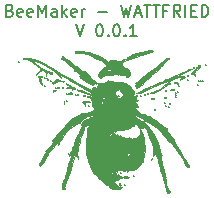
<source format=gbr>
G04 #@! TF.GenerationSoftware,KiCad,Pcbnew,5.1.4-3.fc30*
G04 #@! TF.CreationDate,2019-10-13T11:13:18+02:00*
G04 #@! TF.ProjectId,WattFred,57617474-4672-4656-942e-6b696361645f,rev?*
G04 #@! TF.SameCoordinates,Original*
G04 #@! TF.FileFunction,Other,ECO2*
%FSLAX46Y46*%
G04 Gerber Fmt 4.6, Leading zero omitted, Abs format (unit mm)*
G04 Created by KiCad (PCBNEW 5.1.4-3.fc30) date 2019-10-13 11:13:18*
%MOMM*%
%LPD*%
G04 APERTURE LIST*
%ADD10C,0.150000*%
%ADD11C,0.010000*%
G04 APERTURE END LIST*
D10*
X165685714Y-120078571D02*
X165828571Y-120126190D01*
X165876190Y-120173809D01*
X165923809Y-120269047D01*
X165923809Y-120411904D01*
X165876190Y-120507142D01*
X165828571Y-120554761D01*
X165733333Y-120602380D01*
X165352380Y-120602380D01*
X165352380Y-119602380D01*
X165685714Y-119602380D01*
X165780952Y-119650000D01*
X165828571Y-119697619D01*
X165876190Y-119792857D01*
X165876190Y-119888095D01*
X165828571Y-119983333D01*
X165780952Y-120030952D01*
X165685714Y-120078571D01*
X165352380Y-120078571D01*
X166733333Y-120554761D02*
X166638095Y-120602380D01*
X166447619Y-120602380D01*
X166352380Y-120554761D01*
X166304761Y-120459523D01*
X166304761Y-120078571D01*
X166352380Y-119983333D01*
X166447619Y-119935714D01*
X166638095Y-119935714D01*
X166733333Y-119983333D01*
X166780952Y-120078571D01*
X166780952Y-120173809D01*
X166304761Y-120269047D01*
X167590476Y-120554761D02*
X167495238Y-120602380D01*
X167304761Y-120602380D01*
X167209523Y-120554761D01*
X167161904Y-120459523D01*
X167161904Y-120078571D01*
X167209523Y-119983333D01*
X167304761Y-119935714D01*
X167495238Y-119935714D01*
X167590476Y-119983333D01*
X167638095Y-120078571D01*
X167638095Y-120173809D01*
X167161904Y-120269047D01*
X168066666Y-120602380D02*
X168066666Y-119602380D01*
X168400000Y-120316666D01*
X168733333Y-119602380D01*
X168733333Y-120602380D01*
X169638095Y-120602380D02*
X169638095Y-120078571D01*
X169590476Y-119983333D01*
X169495238Y-119935714D01*
X169304761Y-119935714D01*
X169209523Y-119983333D01*
X169638095Y-120554761D02*
X169542857Y-120602380D01*
X169304761Y-120602380D01*
X169209523Y-120554761D01*
X169161904Y-120459523D01*
X169161904Y-120364285D01*
X169209523Y-120269047D01*
X169304761Y-120221428D01*
X169542857Y-120221428D01*
X169638095Y-120173809D01*
X170114285Y-120602380D02*
X170114285Y-119602380D01*
X170209523Y-120221428D02*
X170495238Y-120602380D01*
X170495238Y-119935714D02*
X170114285Y-120316666D01*
X171304761Y-120554761D02*
X171209523Y-120602380D01*
X171019047Y-120602380D01*
X170923809Y-120554761D01*
X170876190Y-120459523D01*
X170876190Y-120078571D01*
X170923809Y-119983333D01*
X171019047Y-119935714D01*
X171209523Y-119935714D01*
X171304761Y-119983333D01*
X171352380Y-120078571D01*
X171352380Y-120173809D01*
X170876190Y-120269047D01*
X171780952Y-120602380D02*
X171780952Y-119935714D01*
X171780952Y-120126190D02*
X171828571Y-120030952D01*
X171876190Y-119983333D01*
X171971428Y-119935714D01*
X172066666Y-119935714D01*
X173161904Y-120221428D02*
X173923809Y-120221428D01*
X175066666Y-119602380D02*
X175304761Y-120602380D01*
X175495238Y-119888095D01*
X175685714Y-120602380D01*
X175923809Y-119602380D01*
X176257142Y-120316666D02*
X176733333Y-120316666D01*
X176161904Y-120602380D02*
X176495238Y-119602380D01*
X176828571Y-120602380D01*
X177019047Y-119602380D02*
X177590476Y-119602380D01*
X177304761Y-120602380D02*
X177304761Y-119602380D01*
X177780952Y-119602380D02*
X178352380Y-119602380D01*
X178066666Y-120602380D02*
X178066666Y-119602380D01*
X179019047Y-120078571D02*
X178685714Y-120078571D01*
X178685714Y-120602380D02*
X178685714Y-119602380D01*
X179161904Y-119602380D01*
X180114285Y-120602380D02*
X179780952Y-120126190D01*
X179542857Y-120602380D02*
X179542857Y-119602380D01*
X179923809Y-119602380D01*
X180019047Y-119650000D01*
X180066666Y-119697619D01*
X180114285Y-119792857D01*
X180114285Y-119935714D01*
X180066666Y-120030952D01*
X180019047Y-120078571D01*
X179923809Y-120126190D01*
X179542857Y-120126190D01*
X180542857Y-120602380D02*
X180542857Y-119602380D01*
X181019047Y-120078571D02*
X181352380Y-120078571D01*
X181495238Y-120602380D02*
X181019047Y-120602380D01*
X181019047Y-119602380D01*
X181495238Y-119602380D01*
X181923809Y-120602380D02*
X181923809Y-119602380D01*
X182161904Y-119602380D01*
X182304761Y-119650000D01*
X182399999Y-119745238D01*
X182447619Y-119840476D01*
X182495238Y-120030952D01*
X182495238Y-120173809D01*
X182447619Y-120364285D01*
X182399999Y-120459523D01*
X182304761Y-120554761D01*
X182161904Y-120602380D01*
X181923809Y-120602380D01*
X171280952Y-121252380D02*
X171614285Y-122252380D01*
X171947619Y-121252380D01*
X173233333Y-121252380D02*
X173328571Y-121252380D01*
X173423809Y-121300000D01*
X173471428Y-121347619D01*
X173519047Y-121442857D01*
X173566666Y-121633333D01*
X173566666Y-121871428D01*
X173519047Y-122061904D01*
X173471428Y-122157142D01*
X173423809Y-122204761D01*
X173328571Y-122252380D01*
X173233333Y-122252380D01*
X173138095Y-122204761D01*
X173090476Y-122157142D01*
X173042857Y-122061904D01*
X172995238Y-121871428D01*
X172995238Y-121633333D01*
X173042857Y-121442857D01*
X173090476Y-121347619D01*
X173138095Y-121300000D01*
X173233333Y-121252380D01*
X173995238Y-122157142D02*
X174042857Y-122204761D01*
X173995238Y-122252380D01*
X173947619Y-122204761D01*
X173995238Y-122157142D01*
X173995238Y-122252380D01*
X174661904Y-121252380D02*
X174757142Y-121252380D01*
X174852380Y-121300000D01*
X174900000Y-121347619D01*
X174947619Y-121442857D01*
X174995238Y-121633333D01*
X174995238Y-121871428D01*
X174947619Y-122061904D01*
X174900000Y-122157142D01*
X174852380Y-122204761D01*
X174757142Y-122252380D01*
X174661904Y-122252380D01*
X174566666Y-122204761D01*
X174519047Y-122157142D01*
X174471428Y-122061904D01*
X174423809Y-121871428D01*
X174423809Y-121633333D01*
X174471428Y-121442857D01*
X174519047Y-121347619D01*
X174566666Y-121300000D01*
X174661904Y-121252380D01*
X175423809Y-122157142D02*
X175471428Y-122204761D01*
X175423809Y-122252380D01*
X175376190Y-122204761D01*
X175423809Y-122157142D01*
X175423809Y-122252380D01*
X176423809Y-122252380D02*
X175852380Y-122252380D01*
X176138095Y-122252380D02*
X176138095Y-121252380D01*
X176042857Y-121395238D01*
X175947619Y-121490476D01*
X175852380Y-121538095D01*
D11*
G36*
X174879000Y-127281334D02*
G01*
X174836667Y-127323667D01*
X174794334Y-127281334D01*
X174836667Y-127239000D01*
X174879000Y-127281334D01*
X174879000Y-127281334D01*
G37*
X174879000Y-127281334D02*
X174836667Y-127323667D01*
X174794334Y-127281334D01*
X174836667Y-127239000D01*
X174879000Y-127281334D01*
G36*
X174709667Y-127281334D02*
G01*
X174667334Y-127323667D01*
X174625000Y-127281334D01*
X174667334Y-127239000D01*
X174709667Y-127281334D01*
X174709667Y-127281334D01*
G37*
X174709667Y-127281334D02*
X174667334Y-127323667D01*
X174625000Y-127281334D01*
X174667334Y-127239000D01*
X174709667Y-127281334D01*
G36*
X174455667Y-133885334D02*
G01*
X174413334Y-133927667D01*
X174371000Y-133885334D01*
X174413334Y-133843000D01*
X174455667Y-133885334D01*
X174455667Y-133885334D01*
G37*
X174455667Y-133885334D02*
X174413334Y-133927667D01*
X174371000Y-133885334D01*
X174413334Y-133843000D01*
X174455667Y-133885334D01*
G36*
X166412334Y-124402667D02*
G01*
X166370000Y-124445000D01*
X166327667Y-124402667D01*
X166370000Y-124360334D01*
X166412334Y-124402667D01*
X166412334Y-124402667D01*
G37*
X166412334Y-124402667D02*
X166370000Y-124445000D01*
X166327667Y-124402667D01*
X166370000Y-124360334D01*
X166412334Y-124402667D01*
G36*
X182245000Y-124656667D02*
G01*
X182202667Y-124699000D01*
X182160334Y-124656667D01*
X182202667Y-124614334D01*
X182245000Y-124656667D01*
X182245000Y-124656667D01*
G37*
X182245000Y-124656667D02*
X182202667Y-124699000D01*
X182160334Y-124656667D01*
X182202667Y-124614334D01*
X182245000Y-124656667D01*
G36*
X181285445Y-124896556D02*
G01*
X181273822Y-124946890D01*
X181229000Y-124953000D01*
X181159310Y-124922022D01*
X181172556Y-124896556D01*
X181273035Y-124886423D01*
X181285445Y-124896556D01*
X181285445Y-124896556D01*
G37*
X181285445Y-124896556D02*
X181273822Y-124946890D01*
X181229000Y-124953000D01*
X181159310Y-124922022D01*
X181172556Y-124896556D01*
X181273035Y-124886423D01*
X181285445Y-124896556D01*
G36*
X181813758Y-124715864D02*
G01*
X181793741Y-124782076D01*
X181659574Y-124921065D01*
X181566659Y-125006317D01*
X181370792Y-125198962D01*
X181293777Y-125326370D01*
X181316699Y-125421765D01*
X181324480Y-125431696D01*
X181386673Y-125551409D01*
X181378525Y-125593698D01*
X181316807Y-125568583D01*
X181284998Y-125508412D01*
X181179674Y-125420670D01*
X181084038Y-125436267D01*
X181049065Y-125421476D01*
X181126198Y-125320902D01*
X181217836Y-125231271D01*
X181376311Y-125057185D01*
X181450032Y-124917427D01*
X181446271Y-124877402D01*
X181451084Y-124821752D01*
X181534825Y-124841358D01*
X181633948Y-124855614D01*
X181618893Y-124798055D01*
X181629276Y-124717510D01*
X181732247Y-124699000D01*
X181813758Y-124715864D01*
X181813758Y-124715864D01*
G37*
X181813758Y-124715864D02*
X181793741Y-124782076D01*
X181659574Y-124921065D01*
X181566659Y-125006317D01*
X181370792Y-125198962D01*
X181293777Y-125326370D01*
X181316699Y-125421765D01*
X181324480Y-125431696D01*
X181386673Y-125551409D01*
X181378525Y-125593698D01*
X181316807Y-125568583D01*
X181284998Y-125508412D01*
X181179674Y-125420670D01*
X181084038Y-125436267D01*
X181049065Y-125421476D01*
X181126198Y-125320902D01*
X181217836Y-125231271D01*
X181376311Y-125057185D01*
X181450032Y-124917427D01*
X181446271Y-124877402D01*
X181451084Y-124821752D01*
X181534825Y-124841358D01*
X181633948Y-124855614D01*
X181618893Y-124798055D01*
X181629276Y-124717510D01*
X181732247Y-124699000D01*
X181813758Y-124715864D01*
G36*
X180777445Y-125573889D02*
G01*
X180765822Y-125624223D01*
X180721000Y-125630334D01*
X180651310Y-125599355D01*
X180664556Y-125573889D01*
X180765035Y-125563756D01*
X180777445Y-125573889D01*
X180777445Y-125573889D01*
G37*
X180777445Y-125573889D02*
X180765822Y-125624223D01*
X180721000Y-125630334D01*
X180651310Y-125599355D01*
X180664556Y-125573889D01*
X180765035Y-125563756D01*
X180777445Y-125573889D01*
G36*
X177691399Y-123446484D02*
G01*
X177757667Y-123513667D01*
X177710306Y-123585520D01*
X177694167Y-123584892D01*
X177567080Y-123600720D01*
X177503667Y-123621753D01*
X177377155Y-123664816D01*
X177124365Y-123745722D01*
X176781067Y-123853174D01*
X176383031Y-123975880D01*
X176352836Y-123985118D01*
X175847864Y-124148822D01*
X175494575Y-124288862D01*
X175278804Y-124415753D01*
X175186388Y-124540012D01*
X175203161Y-124672158D01*
X175278751Y-124782623D01*
X175425753Y-124911320D01*
X175530865Y-124953000D01*
X175660777Y-125023938D01*
X175788717Y-125191621D01*
X175872301Y-125388355D01*
X175880843Y-125511986D01*
X175804913Y-125614427D01*
X175666513Y-125681484D01*
X175532990Y-125693764D01*
X175471694Y-125631876D01*
X175471667Y-125629802D01*
X175398257Y-125570087D01*
X175224722Y-125545667D01*
X175033809Y-125513106D01*
X174935073Y-125439834D01*
X174896857Y-125385964D01*
X174885684Y-125450200D01*
X174855957Y-125522498D01*
X174755862Y-125464194D01*
X174752000Y-125461000D01*
X174649730Y-125406334D01*
X174624525Y-125429467D01*
X174547628Y-125473245D01*
X174349722Y-125508757D01*
X174156879Y-125523845D01*
X173855293Y-125558555D01*
X173596347Y-125624817D01*
X173494429Y-125672309D01*
X173333971Y-125747611D01*
X173242408Y-125743519D01*
X173180657Y-125575137D01*
X173229304Y-125351741D01*
X173363644Y-125120395D01*
X173373921Y-125110281D01*
X173778334Y-125110281D01*
X173845613Y-125212090D01*
X174015019Y-125228837D01*
X174187414Y-125177419D01*
X174321336Y-125117337D01*
X175471667Y-125117337D01*
X175533127Y-125203555D01*
X175556334Y-125207000D01*
X175638799Y-125178113D01*
X175641000Y-125169664D01*
X175581671Y-125097378D01*
X175556334Y-125080000D01*
X175478315Y-125086713D01*
X175471667Y-125117337D01*
X174321336Y-125117337D01*
X174384827Y-125088853D01*
X174188928Y-125016385D01*
X174016569Y-124989083D01*
X173963116Y-125033653D01*
X173883355Y-125086337D01*
X173855769Y-125075531D01*
X173782914Y-125085188D01*
X173778334Y-125110281D01*
X173373921Y-125110281D01*
X173558971Y-124928168D01*
X173714834Y-124843515D01*
X173853629Y-124753679D01*
X173846303Y-124635665D01*
X173688296Y-124484465D01*
X173375050Y-124295073D01*
X173079834Y-124146136D01*
X172735845Y-123987430D01*
X172437032Y-123861568D01*
X172223353Y-123784739D01*
X172148500Y-123768757D01*
X172022720Y-123737772D01*
X172000386Y-123704167D01*
X171924576Y-123673267D01*
X171730602Y-123663711D01*
X171577053Y-123670005D01*
X171297115Y-123672951D01*
X171167025Y-123630340D01*
X171153667Y-123595627D01*
X171204244Y-123542766D01*
X171370636Y-123519282D01*
X171674831Y-123523021D01*
X171819719Y-123530467D01*
X172172003Y-123560705D01*
X172461306Y-123616913D01*
X172751653Y-123717687D01*
X173107068Y-123881623D01*
X173216719Y-123936225D01*
X173530352Y-124102586D01*
X173777244Y-124250283D01*
X173924107Y-124358484D01*
X173950360Y-124395380D01*
X173993163Y-124409395D01*
X174077360Y-124322985D01*
X174168865Y-124235740D01*
X174201667Y-124262463D01*
X174247545Y-124323523D01*
X174351021Y-124286359D01*
X174576265Y-124260120D01*
X174767529Y-124318756D01*
X174961201Y-124384373D01*
X175083255Y-124359937D01*
X175184332Y-124265724D01*
X175334032Y-124156382D01*
X175445158Y-124143024D01*
X175544386Y-124141704D01*
X175556334Y-124114102D01*
X175627487Y-124043222D01*
X175809720Y-123939546D01*
X175958500Y-123870979D01*
X176400227Y-123699339D01*
X176821942Y-123565595D01*
X177196084Y-123475223D01*
X177495090Y-123433694D01*
X177691399Y-123446484D01*
X177691399Y-123446484D01*
G37*
X177691399Y-123446484D02*
X177757667Y-123513667D01*
X177710306Y-123585520D01*
X177694167Y-123584892D01*
X177567080Y-123600720D01*
X177503667Y-123621753D01*
X177377155Y-123664816D01*
X177124365Y-123745722D01*
X176781067Y-123853174D01*
X176383031Y-123975880D01*
X176352836Y-123985118D01*
X175847864Y-124148822D01*
X175494575Y-124288862D01*
X175278804Y-124415753D01*
X175186388Y-124540012D01*
X175203161Y-124672158D01*
X175278751Y-124782623D01*
X175425753Y-124911320D01*
X175530865Y-124953000D01*
X175660777Y-125023938D01*
X175788717Y-125191621D01*
X175872301Y-125388355D01*
X175880843Y-125511986D01*
X175804913Y-125614427D01*
X175666513Y-125681484D01*
X175532990Y-125693764D01*
X175471694Y-125631876D01*
X175471667Y-125629802D01*
X175398257Y-125570087D01*
X175224722Y-125545667D01*
X175033809Y-125513106D01*
X174935073Y-125439834D01*
X174896857Y-125385964D01*
X174885684Y-125450200D01*
X174855957Y-125522498D01*
X174755862Y-125464194D01*
X174752000Y-125461000D01*
X174649730Y-125406334D01*
X174624525Y-125429467D01*
X174547628Y-125473245D01*
X174349722Y-125508757D01*
X174156879Y-125523845D01*
X173855293Y-125558555D01*
X173596347Y-125624817D01*
X173494429Y-125672309D01*
X173333971Y-125747611D01*
X173242408Y-125743519D01*
X173180657Y-125575137D01*
X173229304Y-125351741D01*
X173363644Y-125120395D01*
X173373921Y-125110281D01*
X173778334Y-125110281D01*
X173845613Y-125212090D01*
X174015019Y-125228837D01*
X174187414Y-125177419D01*
X174321336Y-125117337D01*
X175471667Y-125117337D01*
X175533127Y-125203555D01*
X175556334Y-125207000D01*
X175638799Y-125178113D01*
X175641000Y-125169664D01*
X175581671Y-125097378D01*
X175556334Y-125080000D01*
X175478315Y-125086713D01*
X175471667Y-125117337D01*
X174321336Y-125117337D01*
X174384827Y-125088853D01*
X174188928Y-125016385D01*
X174016569Y-124989083D01*
X173963116Y-125033653D01*
X173883355Y-125086337D01*
X173855769Y-125075531D01*
X173782914Y-125085188D01*
X173778334Y-125110281D01*
X173373921Y-125110281D01*
X173558971Y-124928168D01*
X173714834Y-124843515D01*
X173853629Y-124753679D01*
X173846303Y-124635665D01*
X173688296Y-124484465D01*
X173375050Y-124295073D01*
X173079834Y-124146136D01*
X172735845Y-123987430D01*
X172437032Y-123861568D01*
X172223353Y-123784739D01*
X172148500Y-123768757D01*
X172022720Y-123737772D01*
X172000386Y-123704167D01*
X171924576Y-123673267D01*
X171730602Y-123663711D01*
X171577053Y-123670005D01*
X171297115Y-123672951D01*
X171167025Y-123630340D01*
X171153667Y-123595627D01*
X171204244Y-123542766D01*
X171370636Y-123519282D01*
X171674831Y-123523021D01*
X171819719Y-123530467D01*
X172172003Y-123560705D01*
X172461306Y-123616913D01*
X172751653Y-123717687D01*
X173107068Y-123881623D01*
X173216719Y-123936225D01*
X173530352Y-124102586D01*
X173777244Y-124250283D01*
X173924107Y-124358484D01*
X173950360Y-124395380D01*
X173993163Y-124409395D01*
X174077360Y-124322985D01*
X174168865Y-124235740D01*
X174201667Y-124262463D01*
X174247545Y-124323523D01*
X174351021Y-124286359D01*
X174576265Y-124260120D01*
X174767529Y-124318756D01*
X174961201Y-124384373D01*
X175083255Y-124359937D01*
X175184332Y-124265724D01*
X175334032Y-124156382D01*
X175445158Y-124143024D01*
X175544386Y-124141704D01*
X175556334Y-124114102D01*
X175627487Y-124043222D01*
X175809720Y-123939546D01*
X175958500Y-123870979D01*
X176400227Y-123699339D01*
X176821942Y-123565595D01*
X177196084Y-123475223D01*
X177495090Y-123433694D01*
X177691399Y-123446484D01*
G36*
X168613667Y-125757334D02*
G01*
X168571334Y-125799667D01*
X168529000Y-125757334D01*
X168571334Y-125715000D01*
X168613667Y-125757334D01*
X168613667Y-125757334D01*
G37*
X168613667Y-125757334D02*
X168571334Y-125799667D01*
X168529000Y-125757334D01*
X168571334Y-125715000D01*
X168613667Y-125757334D01*
G36*
X180721000Y-125926667D02*
G01*
X180678667Y-125969000D01*
X180636334Y-125926667D01*
X180678667Y-125884334D01*
X180721000Y-125926667D01*
X180721000Y-125926667D01*
G37*
X180721000Y-125926667D02*
X180678667Y-125969000D01*
X180636334Y-125926667D01*
X180678667Y-125884334D01*
X180721000Y-125926667D01*
G36*
X168891877Y-125861275D02*
G01*
X168910000Y-125884334D01*
X168939801Y-125960483D01*
X168859697Y-125931803D01*
X168783000Y-125884334D01*
X168717910Y-125816365D01*
X168756837Y-125800963D01*
X168891877Y-125861275D01*
X168891877Y-125861275D01*
G37*
X168891877Y-125861275D02*
X168910000Y-125884334D01*
X168939801Y-125960483D01*
X168859697Y-125931803D01*
X168783000Y-125884334D01*
X168717910Y-125816365D01*
X168756837Y-125800963D01*
X168891877Y-125861275D01*
G36*
X181991000Y-126011334D02*
G01*
X181948667Y-126053667D01*
X181906334Y-126011334D01*
X181948667Y-125969000D01*
X181991000Y-126011334D01*
X181991000Y-126011334D01*
G37*
X181991000Y-126011334D02*
X181948667Y-126053667D01*
X181906334Y-126011334D01*
X181948667Y-125969000D01*
X181991000Y-126011334D01*
G36*
X181821667Y-126011334D02*
G01*
X181779334Y-126053667D01*
X181737000Y-126011334D01*
X181779334Y-125969000D01*
X181821667Y-126011334D01*
X181821667Y-126011334D01*
G37*
X181821667Y-126011334D02*
X181779334Y-126053667D01*
X181737000Y-126011334D01*
X181779334Y-125969000D01*
X181821667Y-126011334D01*
G36*
X181652334Y-126011334D02*
G01*
X181610000Y-126053667D01*
X181567667Y-126011334D01*
X181610000Y-125969000D01*
X181652334Y-126011334D01*
X181652334Y-126011334D01*
G37*
X181652334Y-126011334D02*
X181610000Y-126053667D01*
X181567667Y-126011334D01*
X181610000Y-125969000D01*
X181652334Y-126011334D01*
G36*
X169121667Y-126011334D02*
G01*
X169079334Y-126053667D01*
X169037000Y-126011334D01*
X169079334Y-125969000D01*
X169121667Y-126011334D01*
X169121667Y-126011334D01*
G37*
X169121667Y-126011334D02*
X169079334Y-126053667D01*
X169037000Y-126011334D01*
X169079334Y-125969000D01*
X169121667Y-126011334D01*
G36*
X170228184Y-126014949D02*
G01*
X170302123Y-126084448D01*
X170215009Y-126109608D01*
X170183725Y-126110111D01*
X170098812Y-126072748D01*
X170104908Y-126038175D01*
X170203081Y-126003832D01*
X170228184Y-126014949D01*
X170228184Y-126014949D01*
G37*
X170228184Y-126014949D02*
X170302123Y-126084448D01*
X170215009Y-126109608D01*
X170183725Y-126110111D01*
X170098812Y-126072748D01*
X170104908Y-126038175D01*
X170203081Y-126003832D01*
X170228184Y-126014949D01*
G36*
X179851843Y-126126430D02*
G01*
X179908542Y-126190023D01*
X179938581Y-126289662D01*
X179935176Y-126299227D01*
X179849803Y-126272693D01*
X179705000Y-126230946D01*
X179560029Y-126184491D01*
X179571335Y-126153099D01*
X179678365Y-126121742D01*
X179851843Y-126126430D01*
X179851843Y-126126430D01*
G37*
X179851843Y-126126430D02*
X179908542Y-126190023D01*
X179938581Y-126289662D01*
X179935176Y-126299227D01*
X179849803Y-126272693D01*
X179705000Y-126230946D01*
X179560029Y-126184491D01*
X179571335Y-126153099D01*
X179678365Y-126121742D01*
X179851843Y-126126430D01*
G36*
X169696393Y-125894156D02*
G01*
X169799000Y-125942306D01*
X170010667Y-126051171D01*
X169805667Y-126052419D01*
X169581685Y-126106787D01*
X169456295Y-126184322D01*
X169340739Y-126269262D01*
X169281251Y-126230174D01*
X169263440Y-126188634D01*
X169264501Y-126099494D01*
X169337100Y-126109161D01*
X169464601Y-126081640D01*
X169523288Y-125994737D01*
X169589036Y-125888259D01*
X169696393Y-125894156D01*
X169696393Y-125894156D01*
G37*
X169696393Y-125894156D02*
X169799000Y-125942306D01*
X170010667Y-126051171D01*
X169805667Y-126052419D01*
X169581685Y-126106787D01*
X169456295Y-126184322D01*
X169340739Y-126269262D01*
X169281251Y-126230174D01*
X169263440Y-126188634D01*
X169264501Y-126099494D01*
X169337100Y-126109161D01*
X169464601Y-126081640D01*
X169523288Y-125994737D01*
X169589036Y-125888259D01*
X169696393Y-125894156D01*
G36*
X181567667Y-126350000D02*
G01*
X181525334Y-126392334D01*
X181483000Y-126350000D01*
X181525334Y-126307667D01*
X181567667Y-126350000D01*
X181567667Y-126350000D01*
G37*
X181567667Y-126350000D02*
X181525334Y-126392334D01*
X181483000Y-126350000D01*
X181525334Y-126307667D01*
X181567667Y-126350000D01*
G36*
X170290019Y-123990783D02*
G01*
X170304075Y-124016200D01*
X170425474Y-124153801D01*
X170521646Y-124191000D01*
X170632500Y-124229905D01*
X170645667Y-124261360D01*
X170712209Y-124348074D01*
X170857334Y-124445000D01*
X171012015Y-124563749D01*
X171069000Y-124670974D01*
X171139269Y-124763667D01*
X171231278Y-124783667D01*
X171379552Y-124813730D01*
X171421778Y-124850225D01*
X171506479Y-124949488D01*
X171658044Y-125065329D01*
X171825001Y-125166168D01*
X171955877Y-125220430D01*
X172000334Y-125205163D01*
X172046933Y-125215329D01*
X172169362Y-125335104D01*
X172341566Y-125538843D01*
X172349380Y-125548705D01*
X172552468Y-125782591D01*
X172738438Y-125957731D01*
X172857380Y-126031849D01*
X172989301Y-126117154D01*
X173016334Y-126187884D01*
X172957402Y-126263843D01*
X172889334Y-126253618D01*
X172780597Y-126257343D01*
X172762334Y-126298608D01*
X172724013Y-126382280D01*
X172598670Y-126355511D01*
X172370734Y-126214224D01*
X172330354Y-126185508D01*
X172060540Y-126007241D01*
X171782222Y-125845545D01*
X171753241Y-125830428D01*
X171638359Y-125757334D01*
X172085000Y-125757334D01*
X172127334Y-125799667D01*
X172169667Y-125757334D01*
X172127334Y-125715000D01*
X172085000Y-125757334D01*
X171638359Y-125757334D01*
X171595885Y-125730310D01*
X171552484Y-125659269D01*
X171568932Y-125647134D01*
X171588541Y-125588000D01*
X172000334Y-125588000D01*
X172042667Y-125630334D01*
X172085000Y-125588000D01*
X172042667Y-125545667D01*
X172000334Y-125588000D01*
X171588541Y-125588000D01*
X171592403Y-125576355D01*
X171520491Y-125451502D01*
X171394094Y-125319005D01*
X171254110Y-125225295D01*
X171181242Y-125207000D01*
X171084690Y-125169297D01*
X171079026Y-125143500D01*
X171070398Y-124950784D01*
X170982049Y-124868801D01*
X170972392Y-124868334D01*
X170866737Y-124811519D01*
X170687973Y-124663555D01*
X170502917Y-124484690D01*
X170298215Y-124293419D01*
X170132845Y-124173741D01*
X170049192Y-124151020D01*
X169975523Y-124161052D01*
X169981866Y-124082851D01*
X170057670Y-123971263D01*
X170089429Y-123941901D01*
X170198767Y-123894670D01*
X170290019Y-123990783D01*
X170290019Y-123990783D01*
G37*
X170290019Y-123990783D02*
X170304075Y-124016200D01*
X170425474Y-124153801D01*
X170521646Y-124191000D01*
X170632500Y-124229905D01*
X170645667Y-124261360D01*
X170712209Y-124348074D01*
X170857334Y-124445000D01*
X171012015Y-124563749D01*
X171069000Y-124670974D01*
X171139269Y-124763667D01*
X171231278Y-124783667D01*
X171379552Y-124813730D01*
X171421778Y-124850225D01*
X171506479Y-124949488D01*
X171658044Y-125065329D01*
X171825001Y-125166168D01*
X171955877Y-125220430D01*
X172000334Y-125205163D01*
X172046933Y-125215329D01*
X172169362Y-125335104D01*
X172341566Y-125538843D01*
X172349380Y-125548705D01*
X172552468Y-125782591D01*
X172738438Y-125957731D01*
X172857380Y-126031849D01*
X172989301Y-126117154D01*
X173016334Y-126187884D01*
X172957402Y-126263843D01*
X172889334Y-126253618D01*
X172780597Y-126257343D01*
X172762334Y-126298608D01*
X172724013Y-126382280D01*
X172598670Y-126355511D01*
X172370734Y-126214224D01*
X172330354Y-126185508D01*
X172060540Y-126007241D01*
X171782222Y-125845545D01*
X171753241Y-125830428D01*
X171638359Y-125757334D01*
X172085000Y-125757334D01*
X172127334Y-125799667D01*
X172169667Y-125757334D01*
X172127334Y-125715000D01*
X172085000Y-125757334D01*
X171638359Y-125757334D01*
X171595885Y-125730310D01*
X171552484Y-125659269D01*
X171568932Y-125647134D01*
X171588541Y-125588000D01*
X172000334Y-125588000D01*
X172042667Y-125630334D01*
X172085000Y-125588000D01*
X172042667Y-125545667D01*
X172000334Y-125588000D01*
X171588541Y-125588000D01*
X171592403Y-125576355D01*
X171520491Y-125451502D01*
X171394094Y-125319005D01*
X171254110Y-125225295D01*
X171181242Y-125207000D01*
X171084690Y-125169297D01*
X171079026Y-125143500D01*
X171070398Y-124950784D01*
X170982049Y-124868801D01*
X170972392Y-124868334D01*
X170866737Y-124811519D01*
X170687973Y-124663555D01*
X170502917Y-124484690D01*
X170298215Y-124293419D01*
X170132845Y-124173741D01*
X170049192Y-124151020D01*
X169975523Y-124161052D01*
X169981866Y-124082851D01*
X170057670Y-123971263D01*
X170089429Y-123941901D01*
X170198767Y-123894670D01*
X170290019Y-123990783D01*
G36*
X168263649Y-125618578D02*
G01*
X168395862Y-125657428D01*
X168364848Y-125689498D01*
X168338500Y-125695836D01*
X168212552Y-125782420D01*
X168190334Y-125853205D01*
X168236593Y-125933579D01*
X168288082Y-125918582D01*
X168346146Y-125908639D01*
X168326500Y-125954169D01*
X168315412Y-126097547D01*
X168358730Y-126221250D01*
X168413845Y-126353035D01*
X168407958Y-126392334D01*
X168340603Y-126327136D01*
X168268684Y-126211199D01*
X168168834Y-125985041D01*
X168106188Y-125801483D01*
X168073966Y-125641541D01*
X168134950Y-125598922D01*
X168263649Y-125618578D01*
X168263649Y-125618578D01*
G37*
X168263649Y-125618578D02*
X168395862Y-125657428D01*
X168364848Y-125689498D01*
X168338500Y-125695836D01*
X168212552Y-125782420D01*
X168190334Y-125853205D01*
X168236593Y-125933579D01*
X168288082Y-125918582D01*
X168346146Y-125908639D01*
X168326500Y-125954169D01*
X168315412Y-126097547D01*
X168358730Y-126221250D01*
X168413845Y-126353035D01*
X168407958Y-126392334D01*
X168340603Y-126327136D01*
X168268684Y-126211199D01*
X168168834Y-125985041D01*
X168106188Y-125801483D01*
X168073966Y-125641541D01*
X168134950Y-125598922D01*
X168263649Y-125618578D01*
G36*
X179959000Y-126434667D02*
G01*
X179916667Y-126477000D01*
X179874334Y-126434667D01*
X179916667Y-126392334D01*
X179959000Y-126434667D01*
X179959000Y-126434667D01*
G37*
X179959000Y-126434667D02*
X179916667Y-126477000D01*
X179874334Y-126434667D01*
X179916667Y-126392334D01*
X179959000Y-126434667D01*
G36*
X168613667Y-126434667D02*
G01*
X168571334Y-126477000D01*
X168529000Y-126434667D01*
X168571334Y-126392334D01*
X168613667Y-126434667D01*
X168613667Y-126434667D01*
G37*
X168613667Y-126434667D02*
X168571334Y-126477000D01*
X168529000Y-126434667D01*
X168571334Y-126392334D01*
X168613667Y-126434667D01*
G36*
X179186198Y-124115294D02*
G01*
X179128310Y-124177208D01*
X179070000Y-124210641D01*
X178892486Y-124334851D01*
X178724836Y-124492717D01*
X178607823Y-124640064D01*
X178582220Y-124732719D01*
X178584997Y-124736108D01*
X178559607Y-124776212D01*
X178491445Y-124783667D01*
X178369981Y-124824361D01*
X178350334Y-124866280D01*
X178285144Y-124989490D01*
X178121468Y-125158538D01*
X177907148Y-125334045D01*
X177690024Y-125476628D01*
X177524999Y-125545667D01*
X177348275Y-125621131D01*
X177271373Y-125715000D01*
X177271556Y-125786143D01*
X177306721Y-125757334D01*
X177443070Y-125672781D01*
X177546000Y-125643284D01*
X177628435Y-125644677D01*
X177581714Y-125709340D01*
X177461334Y-125805496D01*
X177233304Y-125988096D01*
X176977889Y-126207149D01*
X176911000Y-126267265D01*
X176713638Y-126429627D01*
X176530819Y-126552058D01*
X176396216Y-126616585D01*
X176343501Y-126605234D01*
X176361266Y-126560697D01*
X176348304Y-126483873D01*
X176312963Y-126477000D01*
X176264820Y-126437577D01*
X176329133Y-126333748D01*
X176401427Y-126233524D01*
X176357390Y-126237791D01*
X176318334Y-126257684D01*
X176299784Y-126252502D01*
X176393663Y-126164605D01*
X176487667Y-126087033D01*
X176738549Y-125874913D01*
X177011408Y-125628954D01*
X177095690Y-125549263D01*
X177295208Y-125371221D01*
X177457608Y-125250511D01*
X177513079Y-125223093D01*
X177717017Y-125124293D01*
X177999935Y-124920265D01*
X178331056Y-124634723D01*
X178550708Y-124423504D01*
X178824320Y-124175927D01*
X179015636Y-124065280D01*
X179101041Y-124064425D01*
X179186198Y-124115294D01*
X179186198Y-124115294D01*
G37*
X179186198Y-124115294D02*
X179128310Y-124177208D01*
X179070000Y-124210641D01*
X178892486Y-124334851D01*
X178724836Y-124492717D01*
X178607823Y-124640064D01*
X178582220Y-124732719D01*
X178584997Y-124736108D01*
X178559607Y-124776212D01*
X178491445Y-124783667D01*
X178369981Y-124824361D01*
X178350334Y-124866280D01*
X178285144Y-124989490D01*
X178121468Y-125158538D01*
X177907148Y-125334045D01*
X177690024Y-125476628D01*
X177524999Y-125545667D01*
X177348275Y-125621131D01*
X177271373Y-125715000D01*
X177271556Y-125786143D01*
X177306721Y-125757334D01*
X177443070Y-125672781D01*
X177546000Y-125643284D01*
X177628435Y-125644677D01*
X177581714Y-125709340D01*
X177461334Y-125805496D01*
X177233304Y-125988096D01*
X176977889Y-126207149D01*
X176911000Y-126267265D01*
X176713638Y-126429627D01*
X176530819Y-126552058D01*
X176396216Y-126616585D01*
X176343501Y-126605234D01*
X176361266Y-126560697D01*
X176348304Y-126483873D01*
X176312963Y-126477000D01*
X176264820Y-126437577D01*
X176329133Y-126333748D01*
X176401427Y-126233524D01*
X176357390Y-126237791D01*
X176318334Y-126257684D01*
X176299784Y-126252502D01*
X176393663Y-126164605D01*
X176487667Y-126087033D01*
X176738549Y-125874913D01*
X177011408Y-125628954D01*
X177095690Y-125549263D01*
X177295208Y-125371221D01*
X177457608Y-125250511D01*
X177513079Y-125223093D01*
X177717017Y-125124293D01*
X177999935Y-124920265D01*
X178331056Y-124634723D01*
X178550708Y-124423504D01*
X178824320Y-124175927D01*
X179015636Y-124065280D01*
X179101041Y-124064425D01*
X179186198Y-124115294D01*
G36*
X170194111Y-126589889D02*
G01*
X170182489Y-126640223D01*
X170137667Y-126646334D01*
X170067977Y-126615355D01*
X170081222Y-126589889D01*
X170181702Y-126579756D01*
X170194111Y-126589889D01*
X170194111Y-126589889D01*
G37*
X170194111Y-126589889D02*
X170182489Y-126640223D01*
X170137667Y-126646334D01*
X170067977Y-126615355D01*
X170081222Y-126589889D01*
X170181702Y-126579756D01*
X170194111Y-126589889D01*
G36*
X169860736Y-126595181D02*
G01*
X169835485Y-126633663D01*
X169749611Y-126639649D01*
X169659269Y-126618972D01*
X169698459Y-126588497D01*
X169830782Y-126578403D01*
X169860736Y-126595181D01*
X169860736Y-126595181D01*
G37*
X169860736Y-126595181D02*
X169835485Y-126633663D01*
X169749611Y-126639649D01*
X169659269Y-126618972D01*
X169698459Y-126588497D01*
X169830782Y-126578403D01*
X169860736Y-126595181D01*
G36*
X169545000Y-126604000D02*
G01*
X169502667Y-126646334D01*
X169460334Y-126604000D01*
X169502667Y-126561667D01*
X169545000Y-126604000D01*
X169545000Y-126604000D01*
G37*
X169545000Y-126604000D02*
X169502667Y-126646334D01*
X169460334Y-126604000D01*
X169502667Y-126561667D01*
X169545000Y-126604000D01*
G36*
X179558445Y-126760131D02*
G01*
X179561259Y-126787926D01*
X179428717Y-126799277D01*
X179408667Y-126799161D01*
X179277353Y-126786953D01*
X179289888Y-126761183D01*
X179304445Y-126756994D01*
X179488875Y-126744599D01*
X179558445Y-126760131D01*
X179558445Y-126760131D01*
G37*
X179558445Y-126760131D02*
X179561259Y-126787926D01*
X179428717Y-126799277D01*
X179408667Y-126799161D01*
X179277353Y-126786953D01*
X179289888Y-126761183D01*
X179304445Y-126756994D01*
X179488875Y-126744599D01*
X179558445Y-126760131D01*
G36*
X170554982Y-126274454D02*
G01*
X170728181Y-126390653D01*
X170730334Y-126392334D01*
X170909336Y-126509761D01*
X171042731Y-126559782D01*
X171042837Y-126559784D01*
X171176004Y-126624882D01*
X171204893Y-126660722D01*
X171209040Y-126724810D01*
X171130693Y-126707811D01*
X170995462Y-126711969D01*
X170954154Y-126756923D01*
X170916538Y-126809478D01*
X170906351Y-126752167D01*
X170826950Y-126675951D01*
X170641540Y-126634629D01*
X170624500Y-126633648D01*
X170444398Y-126623721D01*
X170427675Y-126611840D01*
X170568550Y-126588384D01*
X170594947Y-126584457D01*
X170840561Y-126547953D01*
X170594947Y-126386034D01*
X170455854Y-126281200D01*
X170423492Y-126227385D01*
X170434000Y-126225441D01*
X170554982Y-126274454D01*
X170554982Y-126274454D01*
G37*
X170554982Y-126274454D02*
X170728181Y-126390653D01*
X170730334Y-126392334D01*
X170909336Y-126509761D01*
X171042731Y-126559782D01*
X171042837Y-126559784D01*
X171176004Y-126624882D01*
X171204893Y-126660722D01*
X171209040Y-126724810D01*
X171130693Y-126707811D01*
X170995462Y-126711969D01*
X170954154Y-126756923D01*
X170916538Y-126809478D01*
X170906351Y-126752167D01*
X170826950Y-126675951D01*
X170641540Y-126634629D01*
X170624500Y-126633648D01*
X170444398Y-126623721D01*
X170427675Y-126611840D01*
X170568550Y-126588384D01*
X170594947Y-126584457D01*
X170840561Y-126547953D01*
X170594947Y-126386034D01*
X170455854Y-126281200D01*
X170423492Y-126227385D01*
X170434000Y-126225441D01*
X170554982Y-126274454D01*
G36*
X178914778Y-126843889D02*
G01*
X178903156Y-126894223D01*
X178858334Y-126900334D01*
X178788643Y-126869355D01*
X178801889Y-126843889D01*
X178902369Y-126833756D01*
X178914778Y-126843889D01*
X178914778Y-126843889D01*
G37*
X178914778Y-126843889D02*
X178903156Y-126894223D01*
X178858334Y-126900334D01*
X178788643Y-126869355D01*
X178801889Y-126843889D01*
X178902369Y-126833756D01*
X178914778Y-126843889D01*
G36*
X179874334Y-126942667D02*
G01*
X179832000Y-126985000D01*
X179789667Y-126942667D01*
X179832000Y-126900334D01*
X179874334Y-126942667D01*
X179874334Y-126942667D01*
G37*
X179874334Y-126942667D02*
X179832000Y-126985000D01*
X179789667Y-126942667D01*
X179832000Y-126900334D01*
X179874334Y-126942667D01*
G36*
X169545000Y-126809266D02*
G01*
X169477688Y-126899432D01*
X169418000Y-126930951D01*
X169308763Y-126937013D01*
X169291000Y-126906735D01*
X169358312Y-126816568D01*
X169418000Y-126785049D01*
X169527238Y-126778988D01*
X169545000Y-126809266D01*
X169545000Y-126809266D01*
G37*
X169545000Y-126809266D02*
X169477688Y-126899432D01*
X169418000Y-126930951D01*
X169308763Y-126937013D01*
X169291000Y-126906735D01*
X169358312Y-126816568D01*
X169418000Y-126785049D01*
X169527238Y-126778988D01*
X169545000Y-126809266D01*
G36*
X179705000Y-127027334D02*
G01*
X179662667Y-127069667D01*
X179620334Y-127027334D01*
X179662667Y-126985000D01*
X179705000Y-127027334D01*
X179705000Y-127027334D01*
G37*
X179705000Y-127027334D02*
X179662667Y-127069667D01*
X179620334Y-127027334D01*
X179662667Y-126985000D01*
X179705000Y-127027334D01*
G36*
X180988602Y-125052590D02*
G01*
X180799830Y-125156138D01*
X180529983Y-125289884D01*
X180445834Y-125329615D01*
X179832000Y-125616416D01*
X180213000Y-125630059D01*
X180409975Y-125646638D01*
X180487366Y-125673683D01*
X180467000Y-125690399D01*
X180303254Y-125779394D01*
X180172126Y-125874215D01*
X180057879Y-125963762D01*
X180059744Y-125941637D01*
X180118993Y-125863167D01*
X180177971Y-125765194D01*
X180127510Y-125723685D01*
X179938024Y-125715001D01*
X179933530Y-125715000D01*
X179711641Y-125753686D01*
X179488697Y-125851350D01*
X179302460Y-125980404D01*
X179190694Y-126113260D01*
X179191161Y-126222330D01*
X179212244Y-126241956D01*
X179274578Y-126297586D01*
X179197000Y-126284234D01*
X179060859Y-126313936D01*
X178865781Y-126431257D01*
X178779202Y-126500592D01*
X178484614Y-126717411D01*
X178154524Y-126901003D01*
X177844930Y-127024068D01*
X177630667Y-127060530D01*
X177536554Y-127048516D01*
X177596362Y-127014983D01*
X177673000Y-126990324D01*
X178006224Y-126860778D01*
X178358663Y-126680425D01*
X178675038Y-126481441D01*
X178900074Y-126296004D01*
X178935833Y-126255214D01*
X179047384Y-126095057D01*
X179085771Y-126001317D01*
X179083420Y-125996531D01*
X179000329Y-126020089D01*
X178793649Y-126106244D01*
X178491574Y-126242521D01*
X178122298Y-126416444D01*
X177987047Y-126481645D01*
X177574849Y-126674489D01*
X177193268Y-126840300D01*
X176879546Y-126963766D01*
X176670923Y-127029574D01*
X176641314Y-127034998D01*
X176360667Y-127071951D01*
X176614667Y-126953702D01*
X176766819Y-126884189D01*
X177046319Y-126757760D01*
X177425956Y-126586672D01*
X177878517Y-126383185D01*
X178376792Y-126159558D01*
X178519667Y-126095508D01*
X178927796Y-125912556D01*
X179140556Y-125912556D01*
X179152178Y-125962890D01*
X179197000Y-125969000D01*
X179266690Y-125938022D01*
X179253445Y-125912556D01*
X179152965Y-125902423D01*
X179140556Y-125912556D01*
X178927796Y-125912556D01*
X179041433Y-125861616D01*
X179539769Y-125638140D01*
X179983517Y-125439060D01*
X180341521Y-125278354D01*
X180582622Y-125170001D01*
X180615167Y-125155350D01*
X180853030Y-125055061D01*
X181014332Y-125000163D01*
X181059667Y-124998974D01*
X180988602Y-125052590D01*
X180988602Y-125052590D01*
G37*
X180988602Y-125052590D02*
X180799830Y-125156138D01*
X180529983Y-125289884D01*
X180445834Y-125329615D01*
X179832000Y-125616416D01*
X180213000Y-125630059D01*
X180409975Y-125646638D01*
X180487366Y-125673683D01*
X180467000Y-125690399D01*
X180303254Y-125779394D01*
X180172126Y-125874215D01*
X180057879Y-125963762D01*
X180059744Y-125941637D01*
X180118993Y-125863167D01*
X180177971Y-125765194D01*
X180127510Y-125723685D01*
X179938024Y-125715001D01*
X179933530Y-125715000D01*
X179711641Y-125753686D01*
X179488697Y-125851350D01*
X179302460Y-125980404D01*
X179190694Y-126113260D01*
X179191161Y-126222330D01*
X179212244Y-126241956D01*
X179274578Y-126297586D01*
X179197000Y-126284234D01*
X179060859Y-126313936D01*
X178865781Y-126431257D01*
X178779202Y-126500592D01*
X178484614Y-126717411D01*
X178154524Y-126901003D01*
X177844930Y-127024068D01*
X177630667Y-127060530D01*
X177536554Y-127048516D01*
X177596362Y-127014983D01*
X177673000Y-126990324D01*
X178006224Y-126860778D01*
X178358663Y-126680425D01*
X178675038Y-126481441D01*
X178900074Y-126296004D01*
X178935833Y-126255214D01*
X179047384Y-126095057D01*
X179085771Y-126001317D01*
X179083420Y-125996531D01*
X179000329Y-126020089D01*
X178793649Y-126106244D01*
X178491574Y-126242521D01*
X178122298Y-126416444D01*
X177987047Y-126481645D01*
X177574849Y-126674489D01*
X177193268Y-126840300D01*
X176879546Y-126963766D01*
X176670923Y-127029574D01*
X176641314Y-127034998D01*
X176360667Y-127071951D01*
X176614667Y-126953702D01*
X176766819Y-126884189D01*
X177046319Y-126757760D01*
X177425956Y-126586672D01*
X177878517Y-126383185D01*
X178376792Y-126159558D01*
X178519667Y-126095508D01*
X178927796Y-125912556D01*
X179140556Y-125912556D01*
X179152178Y-125962890D01*
X179197000Y-125969000D01*
X179266690Y-125938022D01*
X179253445Y-125912556D01*
X179152965Y-125902423D01*
X179140556Y-125912556D01*
X178927796Y-125912556D01*
X179041433Y-125861616D01*
X179539769Y-125638140D01*
X179983517Y-125439060D01*
X180341521Y-125278354D01*
X180582622Y-125170001D01*
X180615167Y-125155350D01*
X180853030Y-125055061D01*
X181014332Y-125000163D01*
X181059667Y-124998974D01*
X180988602Y-125052590D01*
G36*
X177390778Y-127097889D02*
G01*
X177379156Y-127148223D01*
X177334334Y-127154334D01*
X177264643Y-127123355D01*
X177277889Y-127097889D01*
X177378369Y-127087756D01*
X177390778Y-127097889D01*
X177390778Y-127097889D01*
G37*
X177390778Y-127097889D02*
X177379156Y-127148223D01*
X177334334Y-127154334D01*
X177264643Y-127123355D01*
X177277889Y-127097889D01*
X177378369Y-127087756D01*
X177390778Y-127097889D01*
G36*
X170927560Y-127020235D02*
G01*
X170926694Y-127118139D01*
X170797871Y-127148105D01*
X170748843Y-127147649D01*
X170619603Y-127129869D01*
X170641527Y-127094239D01*
X170645667Y-127092621D01*
X170790321Y-127003394D01*
X170824384Y-126965206D01*
X170890787Y-126959709D01*
X170927560Y-127020235D01*
X170927560Y-127020235D01*
G37*
X170927560Y-127020235D02*
X170926694Y-127118139D01*
X170797871Y-127148105D01*
X170748843Y-127147649D01*
X170619603Y-127129869D01*
X170641527Y-127094239D01*
X170645667Y-127092621D01*
X170790321Y-127003394D01*
X170824384Y-126965206D01*
X170890787Y-126959709D01*
X170927560Y-127020235D01*
G36*
X170476334Y-127112000D02*
G01*
X170434000Y-127154334D01*
X170391667Y-127112000D01*
X170434000Y-127069667D01*
X170476334Y-127112000D01*
X170476334Y-127112000D01*
G37*
X170476334Y-127112000D02*
X170434000Y-127154334D01*
X170391667Y-127112000D01*
X170434000Y-127069667D01*
X170476334Y-127112000D01*
G36*
X179705000Y-127196667D02*
G01*
X179662667Y-127239000D01*
X179620334Y-127196667D01*
X179662667Y-127154334D01*
X179705000Y-127196667D01*
X179705000Y-127196667D01*
G37*
X179705000Y-127196667D02*
X179662667Y-127239000D01*
X179620334Y-127196667D01*
X179662667Y-127154334D01*
X179705000Y-127196667D01*
G36*
X177136778Y-127182556D02*
G01*
X177125156Y-127232890D01*
X177080334Y-127239000D01*
X177010643Y-127208022D01*
X177023889Y-127182556D01*
X177124369Y-127172423D01*
X177136778Y-127182556D01*
X177136778Y-127182556D01*
G37*
X177136778Y-127182556D02*
X177125156Y-127232890D01*
X177080334Y-127239000D01*
X177010643Y-127208022D01*
X177023889Y-127182556D01*
X177124369Y-127172423D01*
X177136778Y-127182556D01*
G36*
X171464111Y-127182556D02*
G01*
X171452489Y-127232890D01*
X171407667Y-127239000D01*
X171337977Y-127208022D01*
X171351222Y-127182556D01*
X171451702Y-127172423D01*
X171464111Y-127182556D01*
X171464111Y-127182556D01*
G37*
X171464111Y-127182556D02*
X171452489Y-127232890D01*
X171407667Y-127239000D01*
X171337977Y-127208022D01*
X171351222Y-127182556D01*
X171451702Y-127172423D01*
X171464111Y-127182556D01*
G36*
X171238334Y-127196667D02*
G01*
X171196000Y-127239000D01*
X171153667Y-127196667D01*
X171196000Y-127154334D01*
X171238334Y-127196667D01*
X171238334Y-127196667D01*
G37*
X171238334Y-127196667D02*
X171196000Y-127239000D01*
X171153667Y-127196667D01*
X171196000Y-127154334D01*
X171238334Y-127196667D01*
G36*
X176741667Y-127281334D02*
G01*
X176699334Y-127323667D01*
X176657000Y-127281334D01*
X176699334Y-127239000D01*
X176741667Y-127281334D01*
X176741667Y-127281334D01*
G37*
X176741667Y-127281334D02*
X176699334Y-127323667D01*
X176657000Y-127281334D01*
X176699334Y-127239000D01*
X176741667Y-127281334D01*
G36*
X172062070Y-127272514D02*
G01*
X172036819Y-127310996D01*
X171950945Y-127316983D01*
X171860602Y-127296305D01*
X171899792Y-127265830D01*
X172032116Y-127255736D01*
X172062070Y-127272514D01*
X172062070Y-127272514D01*
G37*
X172062070Y-127272514D02*
X172036819Y-127310996D01*
X171950945Y-127316983D01*
X171860602Y-127296305D01*
X171899792Y-127265830D01*
X172032116Y-127255736D01*
X172062070Y-127272514D01*
G36*
X179705000Y-127366000D02*
G01*
X179662667Y-127408334D01*
X179620334Y-127366000D01*
X179662667Y-127323667D01*
X179705000Y-127366000D01*
X179705000Y-127366000D01*
G37*
X179705000Y-127366000D02*
X179662667Y-127408334D01*
X179620334Y-127366000D01*
X179662667Y-127323667D01*
X179705000Y-127366000D01*
G36*
X178920070Y-127441847D02*
G01*
X178894819Y-127480329D01*
X178808945Y-127486316D01*
X178718602Y-127465639D01*
X178757792Y-127435163D01*
X178890116Y-127425070D01*
X178920070Y-127441847D01*
X178920070Y-127441847D01*
G37*
X178920070Y-127441847D02*
X178894819Y-127480329D01*
X178808945Y-127486316D01*
X178718602Y-127465639D01*
X178757792Y-127435163D01*
X178890116Y-127425070D01*
X178920070Y-127441847D01*
G36*
X177863500Y-127521594D02*
G01*
X177874136Y-127552496D01*
X177757667Y-127564298D01*
X177637471Y-127550993D01*
X177651834Y-127521594D01*
X177825176Y-127510411D01*
X177863500Y-127521594D01*
X177863500Y-127521594D01*
G37*
X177863500Y-127521594D02*
X177874136Y-127552496D01*
X177757667Y-127564298D01*
X177637471Y-127550993D01*
X177651834Y-127521594D01*
X177825176Y-127510411D01*
X177863500Y-127521594D01*
G36*
X170476334Y-127704667D02*
G01*
X170434000Y-127747000D01*
X170391667Y-127704667D01*
X170434000Y-127662334D01*
X170476334Y-127704667D01*
X170476334Y-127704667D01*
G37*
X170476334Y-127704667D02*
X170434000Y-127747000D01*
X170391667Y-127704667D01*
X170434000Y-127662334D01*
X170476334Y-127704667D01*
G36*
X178773667Y-127874000D02*
G01*
X178731334Y-127916334D01*
X178689000Y-127874000D01*
X178731334Y-127831667D01*
X178773667Y-127874000D01*
X178773667Y-127874000D01*
G37*
X178773667Y-127874000D02*
X178731334Y-127916334D01*
X178689000Y-127874000D01*
X178731334Y-127831667D01*
X178773667Y-127874000D01*
G36*
X179253445Y-127944556D02*
G01*
X179241822Y-127994890D01*
X179197000Y-128001000D01*
X179127310Y-127970022D01*
X179140556Y-127944556D01*
X179241035Y-127934423D01*
X179253445Y-127944556D01*
X179253445Y-127944556D01*
G37*
X179253445Y-127944556D02*
X179241822Y-127994890D01*
X179197000Y-128001000D01*
X179127310Y-127970022D01*
X179140556Y-127944556D01*
X179241035Y-127934423D01*
X179253445Y-127944556D01*
G36*
X170280170Y-127815792D02*
G01*
X170290264Y-127948116D01*
X170273486Y-127978070D01*
X170235004Y-127952819D01*
X170229018Y-127866945D01*
X170249695Y-127776602D01*
X170280170Y-127815792D01*
X170280170Y-127815792D01*
G37*
X170280170Y-127815792D02*
X170290264Y-127948116D01*
X170273486Y-127978070D01*
X170235004Y-127952819D01*
X170229018Y-127866945D01*
X170249695Y-127776602D01*
X170280170Y-127815792D01*
G36*
X178858334Y-128128000D02*
G01*
X178816000Y-128170334D01*
X178773667Y-128128000D01*
X178816000Y-128085667D01*
X178858334Y-128128000D01*
X178858334Y-128128000D01*
G37*
X178858334Y-128128000D02*
X178816000Y-128170334D01*
X178773667Y-128128000D01*
X178816000Y-128085667D01*
X178858334Y-128128000D01*
G36*
X172339000Y-128128000D02*
G01*
X172296667Y-128170334D01*
X172254334Y-128128000D01*
X172296667Y-128085667D01*
X172339000Y-128128000D01*
X172339000Y-128128000D01*
G37*
X172339000Y-128128000D02*
X172296667Y-128170334D01*
X172254334Y-128128000D01*
X172296667Y-128085667D01*
X172339000Y-128128000D01*
G36*
X172184786Y-127761233D02*
G01*
X172413789Y-127771383D01*
X172480807Y-127783707D01*
X172393191Y-127800632D01*
X172326954Y-127808133D01*
X172124450Y-127844916D01*
X172052804Y-127914841D01*
X172061662Y-128005567D01*
X172074955Y-128138592D01*
X172052542Y-128170334D01*
X172001187Y-128105865D01*
X172000334Y-128091714D01*
X171946301Y-127974533D01*
X171867286Y-127880048D01*
X171806487Y-127804060D01*
X171840073Y-127766535D01*
X171995923Y-127757040D01*
X172184786Y-127761233D01*
X172184786Y-127761233D01*
G37*
X172184786Y-127761233D02*
X172413789Y-127771383D01*
X172480807Y-127783707D01*
X172393191Y-127800632D01*
X172326954Y-127808133D01*
X172124450Y-127844916D01*
X172052804Y-127914841D01*
X172061662Y-128005567D01*
X172074955Y-128138592D01*
X172052542Y-128170334D01*
X172001187Y-128105865D01*
X172000334Y-128091714D01*
X171946301Y-127974533D01*
X171867286Y-127880048D01*
X171806487Y-127804060D01*
X171840073Y-127766535D01*
X171995923Y-127757040D01*
X172184786Y-127761233D01*
G36*
X179112334Y-128212667D02*
G01*
X179070000Y-128255000D01*
X179027667Y-128212667D01*
X179070000Y-128170334D01*
X179112334Y-128212667D01*
X179112334Y-128212667D01*
G37*
X179112334Y-128212667D02*
X179070000Y-128255000D01*
X179027667Y-128212667D01*
X179070000Y-128170334D01*
X179112334Y-128212667D01*
G36*
X177983445Y-128452556D02*
G01*
X177971822Y-128502890D01*
X177927000Y-128509000D01*
X177857310Y-128478022D01*
X177870556Y-128452556D01*
X177971035Y-128442423D01*
X177983445Y-128452556D01*
X177983445Y-128452556D01*
G37*
X177983445Y-128452556D02*
X177971822Y-128502890D01*
X177927000Y-128509000D01*
X177857310Y-128478022D01*
X177870556Y-128452556D01*
X177971035Y-128442423D01*
X177983445Y-128452556D01*
G36*
X170645667Y-132192000D02*
G01*
X170603334Y-132234334D01*
X170561000Y-132192000D01*
X170603334Y-132149667D01*
X170645667Y-132192000D01*
X170645667Y-132192000D01*
G37*
X170645667Y-132192000D02*
X170603334Y-132234334D01*
X170561000Y-132192000D01*
X170603334Y-132149667D01*
X170645667Y-132192000D01*
G36*
X177731818Y-132617992D02*
G01*
X177683506Y-132680245D01*
X177612318Y-132733749D01*
X177630083Y-132648911D01*
X177636110Y-132632849D01*
X177703183Y-132529171D01*
X177741315Y-132528426D01*
X177731818Y-132617992D01*
X177731818Y-132617992D01*
G37*
X177731818Y-132617992D02*
X177683506Y-132680245D01*
X177612318Y-132733749D01*
X177630083Y-132648911D01*
X177636110Y-132632849D01*
X177703183Y-132529171D01*
X177741315Y-132528426D01*
X177731818Y-132617992D01*
G36*
X175048334Y-133800667D02*
G01*
X175006000Y-133843000D01*
X174963667Y-133800667D01*
X175006000Y-133758334D01*
X175048334Y-133800667D01*
X175048334Y-133800667D01*
G37*
X175048334Y-133800667D02*
X175006000Y-133843000D01*
X174963667Y-133800667D01*
X175006000Y-133758334D01*
X175048334Y-133800667D01*
G36*
X174879000Y-133970000D02*
G01*
X174836667Y-134012334D01*
X174794334Y-133970000D01*
X174836667Y-133927667D01*
X174879000Y-133970000D01*
X174879000Y-133970000D01*
G37*
X174879000Y-133970000D02*
X174836667Y-134012334D01*
X174794334Y-133970000D01*
X174836667Y-133927667D01*
X174879000Y-133970000D01*
G36*
X176149000Y-134054667D02*
G01*
X176106667Y-134097000D01*
X176064334Y-134054667D01*
X176106667Y-134012334D01*
X176149000Y-134054667D01*
X176149000Y-134054667D01*
G37*
X176149000Y-134054667D02*
X176106667Y-134097000D01*
X176064334Y-134054667D01*
X176106667Y-134012334D01*
X176149000Y-134054667D01*
G36*
X175515251Y-134076517D02*
G01*
X175711965Y-134135341D01*
X175751691Y-134195794D01*
X175631009Y-134241021D01*
X175550476Y-134250115D01*
X175354492Y-134230102D01*
X175302334Y-134152419D01*
X175367119Y-134070870D01*
X175515251Y-134076517D01*
X175515251Y-134076517D01*
G37*
X175515251Y-134076517D02*
X175711965Y-134135341D01*
X175751691Y-134195794D01*
X175631009Y-134241021D01*
X175550476Y-134250115D01*
X175354492Y-134230102D01*
X175302334Y-134152419D01*
X175367119Y-134070870D01*
X175515251Y-134076517D01*
G36*
X175387000Y-134816667D02*
G01*
X175344667Y-134859000D01*
X175302334Y-134816667D01*
X175344667Y-134774334D01*
X175387000Y-134816667D01*
X175387000Y-134816667D01*
G37*
X175387000Y-134816667D02*
X175344667Y-134859000D01*
X175302334Y-134816667D01*
X175344667Y-134774334D01*
X175387000Y-134816667D01*
G36*
X175039095Y-134758284D02*
G01*
X175048334Y-134816667D01*
X175030219Y-134929630D01*
X175015059Y-134943667D01*
X174960465Y-134877461D01*
X174933049Y-134816667D01*
X174931289Y-134707645D01*
X174966324Y-134689667D01*
X175039095Y-134758284D01*
X175039095Y-134758284D01*
G37*
X175039095Y-134758284D02*
X175048334Y-134816667D01*
X175030219Y-134929630D01*
X175015059Y-134943667D01*
X174960465Y-134877461D01*
X174933049Y-134816667D01*
X174931289Y-134707645D01*
X174966324Y-134689667D01*
X175039095Y-134758284D01*
G36*
X167379829Y-124132692D02*
G01*
X167665466Y-124190033D01*
X167993539Y-124301500D01*
X168384623Y-124476003D01*
X168859291Y-124722453D01*
X169438116Y-125049760D01*
X169926000Y-125337555D01*
X170494995Y-125672597D01*
X171048536Y-125989923D01*
X171560976Y-126275482D01*
X172006669Y-126515218D01*
X172359969Y-126695080D01*
X172595230Y-126801014D01*
X172600056Y-126802850D01*
X172761018Y-126844841D01*
X172816546Y-126794119D01*
X172818778Y-126762229D01*
X172760603Y-126676855D01*
X172705889Y-126682366D01*
X172601393Y-126704350D01*
X172621207Y-126657072D01*
X172750746Y-126568135D01*
X172772551Y-126556199D01*
X172888277Y-126512577D01*
X172900503Y-126543594D01*
X172926646Y-126626806D01*
X173022125Y-126672380D01*
X173138843Y-126688549D01*
X173116608Y-126623706D01*
X173095472Y-126597339D01*
X173050024Y-126505945D01*
X173143714Y-126470858D01*
X173196467Y-126467179D01*
X173314343Y-126452098D01*
X173267780Y-126423717D01*
X173249167Y-126418637D01*
X173123609Y-126348895D01*
X173101000Y-126301459D01*
X173115542Y-126250391D01*
X173185808Y-126219717D01*
X173351760Y-126200004D01*
X173594337Y-126185016D01*
X173810601Y-126140431D01*
X173949228Y-126053490D01*
X173952874Y-126048141D01*
X174017236Y-125984904D01*
X174031037Y-126011334D01*
X174109521Y-126055528D01*
X174316311Y-126082745D01*
X174561500Y-126088147D01*
X174852737Y-126093554D01*
X175077604Y-126115515D01*
X175175334Y-126143602D01*
X175325794Y-126210691D01*
X175429334Y-126236122D01*
X175621011Y-126311519D01*
X175818607Y-126487144D01*
X176052149Y-126789999D01*
X176063531Y-126806394D01*
X176184794Y-126991816D01*
X176212921Y-127095847D01*
X176152904Y-127175098D01*
X176099735Y-127216799D01*
X176005709Y-127296475D01*
X176037655Y-127314501D01*
X176212500Y-127282845D01*
X176421232Y-127261026D01*
X176479498Y-127309979D01*
X176383688Y-127424673D01*
X176339500Y-127459807D01*
X176237662Y-127546237D01*
X176273228Y-127572425D01*
X176339500Y-127574974D01*
X176465259Y-127614933D01*
X176487667Y-127657337D01*
X176434025Y-127770717D01*
X176290605Y-127760934D01*
X176116618Y-127655035D01*
X175968667Y-127552674D01*
X175896411Y-127530196D01*
X175895000Y-127535236D01*
X175956928Y-127648174D01*
X176090885Y-127770216D01*
X176219131Y-127831452D01*
X176224640Y-127831667D01*
X176324434Y-127898285D01*
X176429355Y-128046464D01*
X176486489Y-128198689D01*
X176487667Y-128216976D01*
X176419017Y-128243634D01*
X176300291Y-128225750D01*
X176203605Y-128211765D01*
X176223365Y-128261809D01*
X176368230Y-128394621D01*
X176384957Y-128408934D01*
X176554754Y-128578703D01*
X176649727Y-128721895D01*
X176657000Y-128754002D01*
X176724232Y-128832026D01*
X176906529Y-128830263D01*
X177067041Y-128824600D01*
X177114211Y-128861018D01*
X177112584Y-128863981D01*
X177153641Y-128926306D01*
X177312178Y-128982774D01*
X177328722Y-128986245D01*
X177508956Y-129041327D01*
X177588166Y-129103221D01*
X177588334Y-129105684D01*
X177660213Y-129173951D01*
X177837059Y-129254675D01*
X177875739Y-129268054D01*
X178108938Y-129395640D01*
X178211047Y-129546089D01*
X178267906Y-129667253D01*
X178313742Y-129674481D01*
X178404427Y-129689408D01*
X178557860Y-129796403D01*
X178591401Y-129826345D01*
X178775248Y-129967399D01*
X178929051Y-130038130D01*
X178942135Y-130039684D01*
X179012150Y-130060341D01*
X178964923Y-130088821D01*
X178902329Y-130149396D01*
X178964923Y-130246181D01*
X179136519Y-130444199D01*
X179311181Y-130661671D01*
X179457607Y-130857408D01*
X179544499Y-130990224D01*
X179554987Y-131022641D01*
X179585097Y-131102651D01*
X179686248Y-131284078D01*
X179830154Y-131517492D01*
X179982533Y-131761077D01*
X180090009Y-131943157D01*
X180128334Y-132021671D01*
X180171207Y-132105210D01*
X180285550Y-132295139D01*
X180449942Y-132556266D01*
X180519737Y-132664767D01*
X180715451Y-132982733D01*
X180815602Y-133188764D01*
X180829158Y-133304146D01*
X180802861Y-133336734D01*
X180688937Y-133320967D01*
X180553231Y-133142032D01*
X180538458Y-133115327D01*
X180385262Y-132832293D01*
X180228819Y-132543097D01*
X180222620Y-132531634D01*
X180058946Y-132272076D01*
X179854244Y-132000379D01*
X179806758Y-131944531D01*
X179636189Y-131725564D01*
X179515394Y-131526060D01*
X179493560Y-131473047D01*
X179373524Y-131304202D01*
X179235227Y-131216772D01*
X179064484Y-131099319D01*
X178879661Y-130897528D01*
X178824343Y-130819456D01*
X178478742Y-130355838D01*
X178125959Y-130002346D01*
X177884667Y-129833768D01*
X177627731Y-129673920D01*
X177397603Y-129507736D01*
X177196573Y-129387931D01*
X177078890Y-129407910D01*
X177077344Y-129520597D01*
X177211334Y-129724125D01*
X177337085Y-129869113D01*
X177563965Y-130142881D01*
X177769184Y-130433472D01*
X177857672Y-130583334D01*
X177975329Y-130796971D01*
X178065128Y-130939264D01*
X178086540Y-130964334D01*
X178151821Y-131075877D01*
X178170044Y-131133667D01*
X178209659Y-131286365D01*
X178275207Y-131532220D01*
X178314334Y-131677190D01*
X178371752Y-131927326D01*
X178394158Y-132107903D01*
X178387410Y-132158173D01*
X178409016Y-132252444D01*
X178446701Y-132283898D01*
X178505322Y-132295988D01*
X178477333Y-132234333D01*
X178454898Y-132163563D01*
X178510696Y-132186456D01*
X178568464Y-132273807D01*
X178515946Y-132365817D01*
X178472716Y-132478509D01*
X178482839Y-132673566D01*
X178548891Y-132986046D01*
X178566742Y-133056780D01*
X178642991Y-133366139D01*
X178700851Y-133623527D01*
X178727678Y-133772437D01*
X178791673Y-133955405D01*
X178852471Y-134047603D01*
X178918328Y-134153729D01*
X178858334Y-134181667D01*
X178797041Y-134212855D01*
X178847232Y-134295290D01*
X178907179Y-134412529D01*
X178898861Y-134451584D01*
X178895206Y-134553185D01*
X178941343Y-134749904D01*
X179017644Y-134984884D01*
X179104484Y-135201272D01*
X179182237Y-135342214D01*
X179214858Y-135367000D01*
X179253391Y-135419633D01*
X179239334Y-135451667D01*
X179123212Y-135542980D01*
X179005880Y-135487268D01*
X178916152Y-135304156D01*
X178897463Y-135218834D01*
X178809429Y-134816324D01*
X178679185Y-134360505D01*
X178533643Y-133941446D01*
X178469887Y-133787871D01*
X178386293Y-133551257D01*
X178350360Y-133350262D01*
X178350334Y-133346506D01*
X178320351Y-133167153D01*
X178244144Y-132908131D01*
X178192889Y-132766635D01*
X178109249Y-132514301D01*
X178069831Y-132318334D01*
X178072945Y-132255500D01*
X178079869Y-132158450D01*
X177992432Y-132192124D01*
X177886534Y-132286895D01*
X177789860Y-132371604D01*
X177777247Y-132321625D01*
X177800339Y-132220793D01*
X177811143Y-131985720D01*
X177766977Y-131655233D01*
X177678864Y-131289861D01*
X177577459Y-130996628D01*
X177499886Y-130793197D01*
X177457391Y-130657571D01*
X177410206Y-130524640D01*
X177318222Y-130312844D01*
X177289793Y-130251974D01*
X177181693Y-130054325D01*
X177071729Y-129976592D01*
X176896688Y-129980861D01*
X176849666Y-129988003D01*
X176643223Y-130002752D01*
X176544115Y-129946106D01*
X176513931Y-129870291D01*
X176446624Y-129745152D01*
X176420499Y-129722556D01*
X176600556Y-129722556D01*
X176612178Y-129772890D01*
X176657000Y-129779000D01*
X176726690Y-129748022D01*
X176713445Y-129722556D01*
X176612965Y-129712423D01*
X176600556Y-129722556D01*
X176420499Y-129722556D01*
X176348695Y-129660454D01*
X176269953Y-129646224D01*
X176255849Y-129714699D01*
X176210226Y-129808719D01*
X176172912Y-129817485D01*
X176033876Y-129871622D01*
X175904901Y-129962545D01*
X175770934Y-130057107D01*
X175707719Y-130071496D01*
X175615023Y-130073296D01*
X175411021Y-130112308D01*
X175234896Y-130155455D01*
X174963049Y-130216277D01*
X174824051Y-130216571D01*
X174791759Y-130173503D01*
X174756947Y-130153898D01*
X174700258Y-130228195D01*
X174604886Y-130329603D01*
X174491166Y-130281328D01*
X174394972Y-130229233D01*
X174371000Y-130315988D01*
X174438493Y-130459295D01*
X174540334Y-130541000D01*
X174670878Y-130590549D01*
X174709667Y-130575945D01*
X174761242Y-130572166D01*
X174823290Y-130614565D01*
X174946748Y-130668275D01*
X174992624Y-130653154D01*
X175042880Y-130664337D01*
X175048334Y-130705281D01*
X175108864Y-130774869D01*
X175172622Y-130765423D01*
X175310769Y-130769397D01*
X175350519Y-130804470D01*
X175464610Y-130859031D01*
X175512247Y-130849722D01*
X175661233Y-130864214D01*
X175727771Y-130907450D01*
X175798392Y-130960097D01*
X175764515Y-130880287D01*
X175764169Y-130879667D01*
X175728623Y-130797803D01*
X175794492Y-130835270D01*
X175831002Y-130864376D01*
X175990826Y-130932030D01*
X176143588Y-130882563D01*
X176276718Y-130832582D01*
X176318334Y-130849113D01*
X176370860Y-130839847D01*
X176499637Y-130738469D01*
X176522923Y-130716982D01*
X176677365Y-130499582D01*
X176689371Y-130314444D01*
X176679145Y-130162782D01*
X176719850Y-130147771D01*
X176795457Y-130250530D01*
X176889940Y-130452175D01*
X176953204Y-130625277D01*
X177017197Y-130898353D01*
X177062115Y-131246207D01*
X177086326Y-131621003D01*
X177088198Y-131974903D01*
X177066100Y-132260070D01*
X177018398Y-132428666D01*
X177014901Y-132433740D01*
X176963559Y-132590811D01*
X176958258Y-132725876D01*
X176941518Y-132865652D01*
X176844881Y-132871861D01*
X176838747Y-132869568D01*
X176753459Y-132852798D01*
X176763183Y-132876739D01*
X176770363Y-132988170D01*
X176688322Y-133157654D01*
X176553936Y-133330225D01*
X176404083Y-133450921D01*
X176367143Y-133467020D01*
X175978178Y-133567856D01*
X175746834Y-133604909D01*
X175644057Y-133675648D01*
X175635049Y-133708945D01*
X175604491Y-133718562D01*
X175556334Y-133631334D01*
X175498990Y-133541664D01*
X175477618Y-133572830D01*
X175420000Y-133638837D01*
X175373984Y-133623289D01*
X175211716Y-133565954D01*
X175013024Y-133546259D01*
X174837534Y-133562432D01*
X174744875Y-133612698D01*
X174744385Y-133642018D01*
X174728754Y-133714056D01*
X174663022Y-133702630D01*
X174556945Y-133708702D01*
X174540334Y-133749275D01*
X174602943Y-133838614D01*
X174629997Y-133843000D01*
X174680563Y-133894870D01*
X174667334Y-133927667D01*
X174682658Y-134011003D01*
X174725837Y-134025229D01*
X174893239Y-134051783D01*
X174921334Y-134057797D01*
X175083645Y-134084278D01*
X175111834Y-134087234D01*
X175210422Y-134156063D01*
X175217667Y-134190725D01*
X175155828Y-134246667D01*
X175087462Y-134234486D01*
X174949499Y-134254643D01*
X174907203Y-134314960D01*
X174806995Y-134405285D01*
X174741075Y-134400857D01*
X174638900Y-134404863D01*
X174625000Y-134438324D01*
X174562312Y-134501331D01*
X174528103Y-134499167D01*
X174457065Y-134558937D01*
X174412280Y-134740122D01*
X174409141Y-134774334D01*
X174404229Y-134917551D01*
X174418754Y-134915525D01*
X174420680Y-134907515D01*
X174552239Y-134907515D01*
X174594136Y-135042494D01*
X174655212Y-135112945D01*
X174656750Y-135113000D01*
X174668341Y-135044465D01*
X174648654Y-134940309D01*
X174596723Y-134820325D01*
X174561454Y-134809657D01*
X174552239Y-134907515D01*
X174420680Y-134907515D01*
X174427260Y-134880167D01*
X174490519Y-134731551D01*
X174552270Y-134689667D01*
X174680063Y-134741647D01*
X174788966Y-134854890D01*
X174823239Y-134965350D01*
X174811468Y-134987495D01*
X174839495Y-135018770D01*
X174987901Y-135008461D01*
X175004390Y-135005577D01*
X175169026Y-134980989D01*
X175185727Y-135005822D01*
X175094041Y-135078669D01*
X174882216Y-135169237D01*
X174628839Y-135190542D01*
X174379500Y-135152746D01*
X174179790Y-135066008D01*
X174075300Y-134940489D01*
X174076895Y-134851981D01*
X174069367Y-134697686D01*
X174022696Y-134641377D01*
X173961191Y-134627918D01*
X173981915Y-134676585D01*
X174002030Y-134826168D01*
X173985596Y-134866126D01*
X173900192Y-134860946D01*
X173730617Y-134738794D01*
X173589921Y-134605000D01*
X174201667Y-134605000D01*
X174232645Y-134674690D01*
X174258111Y-134661445D01*
X174268244Y-134560965D01*
X174258111Y-134548556D01*
X174207777Y-134560178D01*
X174201667Y-134605000D01*
X173589921Y-134605000D01*
X173536099Y-134553819D01*
X173373444Y-134393334D01*
X174286334Y-134393334D01*
X174328667Y-134435667D01*
X174371000Y-134393334D01*
X174328667Y-134351000D01*
X174286334Y-134393334D01*
X173373444Y-134393334D01*
X173332365Y-134352804D01*
X173177077Y-134215567D01*
X173104306Y-134171958D01*
X173048256Y-134125230D01*
X173016334Y-134054667D01*
X172940238Y-133949264D01*
X172894119Y-133942568D01*
X172817867Y-133888995D01*
X172758248Y-133800667D01*
X173693667Y-133800667D01*
X173736000Y-133843000D01*
X173778334Y-133800667D01*
X173863000Y-133800667D01*
X173905334Y-133843000D01*
X173925584Y-133822750D01*
X174210123Y-133822750D01*
X174249959Y-133922087D01*
X174307500Y-133951519D01*
X174460048Y-133958898D01*
X174501489Y-133854525D01*
X174487296Y-133803301D01*
X174383708Y-133722843D01*
X174321660Y-133730405D01*
X174210123Y-133822750D01*
X173925584Y-133822750D01*
X173947667Y-133800667D01*
X173905334Y-133758334D01*
X173863000Y-133800667D01*
X173778334Y-133800667D01*
X173736000Y-133758334D01*
X173693667Y-133800667D01*
X172758248Y-133800667D01*
X172702977Y-133718781D01*
X172569943Y-133473958D01*
X172439257Y-133196560D01*
X172331415Y-132928618D01*
X172266910Y-132712166D01*
X172257315Y-132636500D01*
X172235186Y-132467392D01*
X172190834Y-132403662D01*
X172163262Y-132325333D01*
X172159482Y-132279265D01*
X175478978Y-132279265D01*
X175528111Y-132347222D01*
X175678231Y-132402015D01*
X175815027Y-132324316D01*
X175840951Y-132276667D01*
X175830406Y-132178573D01*
X175680676Y-132149667D01*
X175507617Y-132185199D01*
X175478978Y-132279265D01*
X172159482Y-132279265D01*
X172146008Y-132115059D01*
X172138922Y-131809906D01*
X172141853Y-131446940D01*
X172145712Y-131331222D01*
X175584556Y-131331222D01*
X175596178Y-131381557D01*
X175641000Y-131387667D01*
X175710690Y-131356689D01*
X175697445Y-131331222D01*
X175596965Y-131321089D01*
X175584556Y-131331222D01*
X172145712Y-131331222D01*
X172154650Y-131063225D01*
X172177163Y-130695827D01*
X172177578Y-130691427D01*
X173953241Y-130691427D01*
X173983553Y-130743797D01*
X174117000Y-130690685D01*
X174248917Y-130584200D01*
X174286334Y-130520634D01*
X174233770Y-130458817D01*
X174111732Y-130505016D01*
X174049267Y-130557934D01*
X173953241Y-130691427D01*
X172177578Y-130691427D01*
X172191767Y-130541000D01*
X173778334Y-130541000D01*
X173809312Y-130610690D01*
X173834778Y-130597445D01*
X173844911Y-130496965D01*
X173834778Y-130484556D01*
X173784444Y-130496178D01*
X173778334Y-130541000D01*
X172191767Y-130541000D01*
X172198699Y-130467521D01*
X172221736Y-130329334D01*
X173355000Y-130329334D01*
X173397334Y-130371667D01*
X173417576Y-130351425D01*
X174069055Y-130351425D01*
X174152278Y-130364983D01*
X174262092Y-130349416D01*
X174263403Y-130320514D01*
X174150086Y-130300303D01*
X174101125Y-130313830D01*
X174069055Y-130351425D01*
X173417576Y-130351425D01*
X173439667Y-130329334D01*
X173397334Y-130287000D01*
X173355000Y-130329334D01*
X172221736Y-130329334D01*
X172242908Y-130202334D01*
X173693667Y-130202334D01*
X173724645Y-130272024D01*
X173750111Y-130258778D01*
X173760072Y-130160000D01*
X174540334Y-130160000D01*
X174582667Y-130202334D01*
X174625000Y-130160000D01*
X174582667Y-130117667D01*
X174540334Y-130160000D01*
X173760072Y-130160000D01*
X173760244Y-130158298D01*
X173750111Y-130145889D01*
X173699777Y-130157511D01*
X173693667Y-130202334D01*
X172242908Y-130202334D01*
X172245136Y-130188974D01*
X172307942Y-129971072D01*
X172347282Y-129896021D01*
X172387774Y-129810852D01*
X172293535Y-129780731D01*
X172222367Y-129779000D01*
X172047831Y-129815581D01*
X171986255Y-129948597D01*
X171994013Y-130096500D01*
X171953964Y-130194134D01*
X171922036Y-130202334D01*
X171872268Y-130264245D01*
X171885049Y-130329334D01*
X171884156Y-130438218D01*
X171846131Y-130456334D01*
X171783051Y-130532029D01*
X171709026Y-130728308D01*
X171653750Y-130943167D01*
X171587418Y-131220756D01*
X171524707Y-131432756D01*
X171489668Y-131514667D01*
X171449075Y-131657332D01*
X171442667Y-131825633D01*
X171427476Y-131973584D01*
X171376662Y-132003505D01*
X171337729Y-132035277D01*
X171361692Y-132208731D01*
X171446359Y-132509223D01*
X171457520Y-132543968D01*
X171471638Y-132626285D01*
X171409759Y-132577340D01*
X171347999Y-132504614D01*
X171187901Y-132309228D01*
X170939757Y-133097281D01*
X170835574Y-133440207D01*
X170757162Y-133721676D01*
X170714794Y-133903449D01*
X170710973Y-133948834D01*
X170667284Y-134010083D01*
X170645667Y-134012334D01*
X170573614Y-134082242D01*
X170560479Y-134160500D01*
X170521885Y-134345048D01*
X170448286Y-134522636D01*
X170318337Y-134823111D01*
X170280197Y-135039257D01*
X170337155Y-135144590D01*
X170344672Y-135176757D01*
X170243500Y-135190983D01*
X170094736Y-135145464D01*
X170055780Y-134988912D01*
X170125616Y-134712806D01*
X170172292Y-134594173D01*
X170256573Y-134382101D01*
X170307154Y-134235635D01*
X170310072Y-134224000D01*
X170429782Y-133827162D01*
X170447442Y-133779500D01*
X170489395Y-133625609D01*
X170491600Y-133573307D01*
X170511062Y-133465186D01*
X170573691Y-133259112D01*
X170611589Y-133149974D01*
X170698041Y-132900014D01*
X170759690Y-132703776D01*
X170771808Y-132657667D01*
X170826108Y-132472632D01*
X170865897Y-132361334D01*
X170901225Y-132246512D01*
X170848733Y-132258394D01*
X170767352Y-132319000D01*
X170656219Y-132400382D01*
X170661479Y-132373141D01*
X170708432Y-132311210D01*
X170767588Y-132172020D01*
X170750766Y-132107136D01*
X170745054Y-132073819D01*
X170778910Y-132089533D01*
X170852968Y-132046993D01*
X170935783Y-131863278D01*
X170978362Y-131717708D01*
X171072698Y-131422685D01*
X171215367Y-131057473D01*
X171374285Y-130703696D01*
X171510634Y-130416950D01*
X171611976Y-130191291D01*
X171660049Y-130067713D01*
X171661667Y-130058595D01*
X171711649Y-129960721D01*
X171809834Y-129834810D01*
X171902857Y-129718057D01*
X171880362Y-129696566D01*
X171821092Y-129715333D01*
X171732177Y-129729578D01*
X171741159Y-129647368D01*
X171776007Y-129567334D01*
X176572334Y-129567334D01*
X176614667Y-129609667D01*
X176657000Y-129567334D01*
X176614667Y-129525000D01*
X176572334Y-129567334D01*
X171776007Y-129567334D01*
X171778759Y-129561016D01*
X171892914Y-129406854D01*
X172000334Y-129353635D01*
X172165099Y-129302401D01*
X172291682Y-129225974D01*
X172504984Y-129125576D01*
X172651516Y-129101667D01*
X172802763Y-129073606D01*
X172847000Y-129025467D01*
X172776084Y-128967120D01*
X172606211Y-128949709D01*
X172401691Y-128969255D01*
X172226835Y-129021781D01*
X172162640Y-129067800D01*
X172026047Y-129170231D01*
X171960755Y-129186334D01*
X171830430Y-129239729D01*
X171703463Y-129360904D01*
X171630026Y-129491337D01*
X171640315Y-129560093D01*
X171646102Y-129603185D01*
X171619334Y-129598304D01*
X171496215Y-129615629D01*
X171287072Y-129689362D01*
X171196000Y-129729172D01*
X170985664Y-129869182D01*
X170725686Y-130103112D01*
X170448442Y-130393786D01*
X170186309Y-130704032D01*
X169971664Y-130996675D01*
X169836884Y-131234542D01*
X169809617Y-131320972D01*
X169779879Y-131448317D01*
X169744086Y-131417827D01*
X169722129Y-131361614D01*
X169675899Y-131302862D01*
X169597216Y-131341596D01*
X169464819Y-131494954D01*
X169330512Y-131677289D01*
X169153191Y-131912949D01*
X169009942Y-132081873D01*
X168931517Y-132147824D01*
X168931167Y-132147841D01*
X168874706Y-132218523D01*
X168867667Y-132276667D01*
X168826348Y-132389402D01*
X168791283Y-132403667D01*
X168707733Y-132473179D01*
X168616959Y-132636500D01*
X168459425Y-132985286D01*
X168340337Y-133182470D01*
X168249691Y-133238703D01*
X168177483Y-133164638D01*
X168159716Y-133123334D01*
X168151482Y-133013989D01*
X168179400Y-132996334D01*
X168252052Y-132929214D01*
X168346324Y-132776001D01*
X168423750Y-132608918D01*
X168445864Y-132500186D01*
X168444931Y-132497800D01*
X168484294Y-132426325D01*
X168500602Y-132413133D01*
X168593317Y-132304668D01*
X168677884Y-132170834D01*
X168739556Y-132026765D01*
X168696382Y-131980868D01*
X168682869Y-131980334D01*
X168647864Y-131942845D01*
X168713510Y-131874500D01*
X168878767Y-131724181D01*
X169052806Y-131538843D01*
X169208649Y-131352188D01*
X169319320Y-131197915D01*
X169357842Y-131109723D01*
X169330040Y-131104313D01*
X169243885Y-131125869D01*
X169276462Y-131067035D01*
X169360968Y-130979032D01*
X169491146Y-130828872D01*
X169545000Y-130727232D01*
X169600914Y-130640943D01*
X169750702Y-130466547D01*
X169967430Y-130234592D01*
X170089573Y-130109512D01*
X170333879Y-129852802D01*
X170527961Y-129630065D01*
X170642828Y-129475438D01*
X170661073Y-129436625D01*
X170747287Y-129336425D01*
X170936470Y-129205830D01*
X171173604Y-129075378D01*
X171403668Y-128975610D01*
X171560830Y-128937214D01*
X171605649Y-128912375D01*
X176176766Y-128912375D01*
X176253207Y-129035718D01*
X176387514Y-129179323D01*
X176497994Y-129228667D01*
X176645599Y-129292261D01*
X176682374Y-129334500D01*
X176817509Y-129429528D01*
X176973675Y-129415915D01*
X177035772Y-129359273D01*
X177000453Y-129270086D01*
X176828074Y-129147390D01*
X176543605Y-129006873D01*
X176349288Y-128928007D01*
X176195593Y-128876403D01*
X176176766Y-128912375D01*
X171605649Y-128912375D01*
X171637410Y-128894773D01*
X171630546Y-128865810D01*
X171662067Y-128802914D01*
X171731383Y-128784959D01*
X171958002Y-128755716D01*
X172170926Y-128718696D01*
X172303430Y-128686006D01*
X172317834Y-128678556D01*
X172402500Y-128642422D01*
X172672848Y-128549207D01*
X172824813Y-128434082D01*
X172842974Y-128317843D01*
X172714162Y-128222142D01*
X172621035Y-128112167D01*
X172623860Y-128085667D01*
X173143334Y-128085667D01*
X173147204Y-128163810D01*
X173175673Y-128170334D01*
X173295365Y-128108548D01*
X173312667Y-128085667D01*
X173308797Y-128007523D01*
X173280327Y-128001000D01*
X173160636Y-128062786D01*
X173143334Y-128085667D01*
X172623860Y-128085667D01*
X172631652Y-128012600D01*
X172638062Y-127891163D01*
X172899864Y-127891163D01*
X173016334Y-127902965D01*
X173136529Y-127889660D01*
X173129002Y-127874250D01*
X173376839Y-127874250D01*
X173457549Y-127975459D01*
X173529330Y-128001000D01*
X173607415Y-127937134D01*
X173609000Y-127921330D01*
X173602883Y-127909707D01*
X175597164Y-127909707D01*
X175725667Y-127985975D01*
X175919467Y-128062427D01*
X175976982Y-128063857D01*
X175915759Y-127986020D01*
X175879125Y-127948839D01*
X175726222Y-127857139D01*
X175628149Y-127854515D01*
X175597164Y-127909707D01*
X173602883Y-127909707D01*
X173552755Y-127814465D01*
X173442309Y-127758206D01*
X173383222Y-127775222D01*
X173376839Y-127874250D01*
X173129002Y-127874250D01*
X173122167Y-127860260D01*
X172948825Y-127849078D01*
X172910500Y-127860260D01*
X172899864Y-127891163D01*
X172638062Y-127891163D01*
X172643455Y-127789019D01*
X172566874Y-127575222D01*
X172431758Y-127433288D01*
X172388902Y-127421492D01*
X172955880Y-127421492D01*
X172982088Y-127468951D01*
X173016334Y-127493000D01*
X173197075Y-127563201D01*
X173270334Y-127570420D01*
X173320964Y-127546245D01*
X173228000Y-127493000D01*
X173439667Y-127493000D01*
X173508243Y-127568115D01*
X173566667Y-127577667D01*
X173679339Y-127531949D01*
X173693667Y-127493000D01*
X173625090Y-127417886D01*
X173566667Y-127408334D01*
X173453995Y-127454051D01*
X173439667Y-127493000D01*
X173228000Y-127493000D01*
X173048496Y-127429508D01*
X172955880Y-127421492D01*
X172388902Y-127421492D01*
X172341096Y-127408334D01*
X172202353Y-127375072D01*
X172169667Y-127328071D01*
X172239032Y-127293534D01*
X172421868Y-127335726D01*
X172630825Y-127387963D01*
X172776075Y-127389642D01*
X172746475Y-127349280D01*
X172585233Y-127267579D01*
X172320981Y-127157849D01*
X172097801Y-127074283D01*
X171771232Y-126952128D01*
X171519127Y-126849371D01*
X171373784Y-126779679D01*
X171351812Y-126758633D01*
X171441663Y-126769506D01*
X171646893Y-126829968D01*
X171925381Y-126927419D01*
X171962507Y-126941296D01*
X172256423Y-127043879D01*
X172491822Y-127111286D01*
X172621582Y-127130197D01*
X172626620Y-127129016D01*
X172613924Y-127110125D01*
X174497276Y-127110125D01*
X174527536Y-127217816D01*
X174550149Y-127269064D01*
X174682727Y-127431145D01*
X174803011Y-127448996D01*
X174957544Y-127460074D01*
X175009217Y-127498204D01*
X175088265Y-127575043D01*
X175100660Y-127577667D01*
X175106335Y-127522911D01*
X175090612Y-127493000D01*
X175556334Y-127493000D01*
X175620763Y-127575207D01*
X175641000Y-127577667D01*
X175723207Y-127513238D01*
X175725667Y-127493000D01*
X175661238Y-127410794D01*
X175641000Y-127408334D01*
X175558794Y-127472763D01*
X175556334Y-127493000D01*
X175090612Y-127493000D01*
X175090297Y-127492402D01*
X175107086Y-127394459D01*
X175161616Y-127359548D01*
X175258308Y-127252610D01*
X175234660Y-127092768D01*
X175106466Y-126943750D01*
X175012859Y-126842538D01*
X175012961Y-126794595D01*
X175006402Y-126756815D01*
X174902658Y-126762221D01*
X174764919Y-126799643D01*
X174656775Y-126857555D01*
X174597145Y-127001409D01*
X174607664Y-127061944D01*
X174607983Y-127139400D01*
X174554079Y-127120495D01*
X174497276Y-127110125D01*
X172613924Y-127110125D01*
X172593102Y-127079146D01*
X172436500Y-126965326D01*
X172182387Y-126804691D01*
X171870499Y-126622378D01*
X171459979Y-126387882D01*
X171036324Y-126142159D01*
X170660739Y-125920872D01*
X170476334Y-125810048D01*
X170210270Y-125654901D01*
X170004842Y-125547822D01*
X169897587Y-125508070D01*
X169891241Y-125509873D01*
X169912840Y-125592093D01*
X170010752Y-125735648D01*
X170033830Y-125775613D01*
X169955482Y-125708768D01*
X169792340Y-125549695D01*
X169749177Y-125506255D01*
X169320167Y-125149614D01*
X168728589Y-124783803D01*
X168452156Y-124637655D01*
X168103522Y-124465557D01*
X167812364Y-124331681D01*
X167609889Y-124249704D01*
X167527878Y-124232567D01*
X167519909Y-124302433D01*
X167520056Y-124302545D01*
X167599675Y-124363436D01*
X167777906Y-124499836D01*
X168018906Y-124684314D01*
X168063334Y-124718326D01*
X168354287Y-124917739D01*
X168655608Y-125086520D01*
X168928426Y-125207045D01*
X169133873Y-125261689D01*
X169224814Y-125244964D01*
X169249409Y-125288533D01*
X169254714Y-125372458D01*
X169238328Y-125477713D01*
X169158792Y-125460006D01*
X169084685Y-125410760D01*
X168905452Y-125307468D01*
X168809112Y-125330463D01*
X168758086Y-125482167D01*
X168731068Y-125597281D01*
X168716824Y-125555621D01*
X168709864Y-125445539D01*
X168640822Y-125235641D01*
X168483032Y-125151409D01*
X168269353Y-125200677D01*
X168119630Y-125304842D01*
X167894000Y-125503334D01*
X168098945Y-125270834D01*
X168223347Y-125113687D01*
X168271345Y-125019622D01*
X168268278Y-125012146D01*
X168190358Y-124948708D01*
X168018415Y-124806100D01*
X167788172Y-124613961D01*
X167765206Y-124594745D01*
X167436066Y-124347517D01*
X167161988Y-124212198D01*
X166960873Y-124169165D01*
X166806307Y-124149889D01*
X166799746Y-124136419D01*
X166949405Y-124126182D01*
X167116055Y-124120566D01*
X167379829Y-124132692D01*
X167379829Y-124132692D01*
G37*
X167379829Y-124132692D02*
X167665466Y-124190033D01*
X167993539Y-124301500D01*
X168384623Y-124476003D01*
X168859291Y-124722453D01*
X169438116Y-125049760D01*
X169926000Y-125337555D01*
X170494995Y-125672597D01*
X171048536Y-125989923D01*
X171560976Y-126275482D01*
X172006669Y-126515218D01*
X172359969Y-126695080D01*
X172595230Y-126801014D01*
X172600056Y-126802850D01*
X172761018Y-126844841D01*
X172816546Y-126794119D01*
X172818778Y-126762229D01*
X172760603Y-126676855D01*
X172705889Y-126682366D01*
X172601393Y-126704350D01*
X172621207Y-126657072D01*
X172750746Y-126568135D01*
X172772551Y-126556199D01*
X172888277Y-126512577D01*
X172900503Y-126543594D01*
X172926646Y-126626806D01*
X173022125Y-126672380D01*
X173138843Y-126688549D01*
X173116608Y-126623706D01*
X173095472Y-126597339D01*
X173050024Y-126505945D01*
X173143714Y-126470858D01*
X173196467Y-126467179D01*
X173314343Y-126452098D01*
X173267780Y-126423717D01*
X173249167Y-126418637D01*
X173123609Y-126348895D01*
X173101000Y-126301459D01*
X173115542Y-126250391D01*
X173185808Y-126219717D01*
X173351760Y-126200004D01*
X173594337Y-126185016D01*
X173810601Y-126140431D01*
X173949228Y-126053490D01*
X173952874Y-126048141D01*
X174017236Y-125984904D01*
X174031037Y-126011334D01*
X174109521Y-126055528D01*
X174316311Y-126082745D01*
X174561500Y-126088147D01*
X174852737Y-126093554D01*
X175077604Y-126115515D01*
X175175334Y-126143602D01*
X175325794Y-126210691D01*
X175429334Y-126236122D01*
X175621011Y-126311519D01*
X175818607Y-126487144D01*
X176052149Y-126789999D01*
X176063531Y-126806394D01*
X176184794Y-126991816D01*
X176212921Y-127095847D01*
X176152904Y-127175098D01*
X176099735Y-127216799D01*
X176005709Y-127296475D01*
X176037655Y-127314501D01*
X176212500Y-127282845D01*
X176421232Y-127261026D01*
X176479498Y-127309979D01*
X176383688Y-127424673D01*
X176339500Y-127459807D01*
X176237662Y-127546237D01*
X176273228Y-127572425D01*
X176339500Y-127574974D01*
X176465259Y-127614933D01*
X176487667Y-127657337D01*
X176434025Y-127770717D01*
X176290605Y-127760934D01*
X176116618Y-127655035D01*
X175968667Y-127552674D01*
X175896411Y-127530196D01*
X175895000Y-127535236D01*
X175956928Y-127648174D01*
X176090885Y-127770216D01*
X176219131Y-127831452D01*
X176224640Y-127831667D01*
X176324434Y-127898285D01*
X176429355Y-128046464D01*
X176486489Y-128198689D01*
X176487667Y-128216976D01*
X176419017Y-128243634D01*
X176300291Y-128225750D01*
X176203605Y-128211765D01*
X176223365Y-128261809D01*
X176368230Y-128394621D01*
X176384957Y-128408934D01*
X176554754Y-128578703D01*
X176649727Y-128721895D01*
X176657000Y-128754002D01*
X176724232Y-128832026D01*
X176906529Y-128830263D01*
X177067041Y-128824600D01*
X177114211Y-128861018D01*
X177112584Y-128863981D01*
X177153641Y-128926306D01*
X177312178Y-128982774D01*
X177328722Y-128986245D01*
X177508956Y-129041327D01*
X177588166Y-129103221D01*
X177588334Y-129105684D01*
X177660213Y-129173951D01*
X177837059Y-129254675D01*
X177875739Y-129268054D01*
X178108938Y-129395640D01*
X178211047Y-129546089D01*
X178267906Y-129667253D01*
X178313742Y-129674481D01*
X178404427Y-129689408D01*
X178557860Y-129796403D01*
X178591401Y-129826345D01*
X178775248Y-129967399D01*
X178929051Y-130038130D01*
X178942135Y-130039684D01*
X179012150Y-130060341D01*
X178964923Y-130088821D01*
X178902329Y-130149396D01*
X178964923Y-130246181D01*
X179136519Y-130444199D01*
X179311181Y-130661671D01*
X179457607Y-130857408D01*
X179544499Y-130990224D01*
X179554987Y-131022641D01*
X179585097Y-131102651D01*
X179686248Y-131284078D01*
X179830154Y-131517492D01*
X179982533Y-131761077D01*
X180090009Y-131943157D01*
X180128334Y-132021671D01*
X180171207Y-132105210D01*
X180285550Y-132295139D01*
X180449942Y-132556266D01*
X180519737Y-132664767D01*
X180715451Y-132982733D01*
X180815602Y-133188764D01*
X180829158Y-133304146D01*
X180802861Y-133336734D01*
X180688937Y-133320967D01*
X180553231Y-133142032D01*
X180538458Y-133115327D01*
X180385262Y-132832293D01*
X180228819Y-132543097D01*
X180222620Y-132531634D01*
X180058946Y-132272076D01*
X179854244Y-132000379D01*
X179806758Y-131944531D01*
X179636189Y-131725564D01*
X179515394Y-131526060D01*
X179493560Y-131473047D01*
X179373524Y-131304202D01*
X179235227Y-131216772D01*
X179064484Y-131099319D01*
X178879661Y-130897528D01*
X178824343Y-130819456D01*
X178478742Y-130355838D01*
X178125959Y-130002346D01*
X177884667Y-129833768D01*
X177627731Y-129673920D01*
X177397603Y-129507736D01*
X177196573Y-129387931D01*
X177078890Y-129407910D01*
X177077344Y-129520597D01*
X177211334Y-129724125D01*
X177337085Y-129869113D01*
X177563965Y-130142881D01*
X177769184Y-130433472D01*
X177857672Y-130583334D01*
X177975329Y-130796971D01*
X178065128Y-130939264D01*
X178086540Y-130964334D01*
X178151821Y-131075877D01*
X178170044Y-131133667D01*
X178209659Y-131286365D01*
X178275207Y-131532220D01*
X178314334Y-131677190D01*
X178371752Y-131927326D01*
X178394158Y-132107903D01*
X178387410Y-132158173D01*
X178409016Y-132252444D01*
X178446701Y-132283898D01*
X178505322Y-132295988D01*
X178477333Y-132234333D01*
X178454898Y-132163563D01*
X178510696Y-132186456D01*
X178568464Y-132273807D01*
X178515946Y-132365817D01*
X178472716Y-132478509D01*
X178482839Y-132673566D01*
X178548891Y-132986046D01*
X178566742Y-133056780D01*
X178642991Y-133366139D01*
X178700851Y-133623527D01*
X178727678Y-133772437D01*
X178791673Y-133955405D01*
X178852471Y-134047603D01*
X178918328Y-134153729D01*
X178858334Y-134181667D01*
X178797041Y-134212855D01*
X178847232Y-134295290D01*
X178907179Y-134412529D01*
X178898861Y-134451584D01*
X178895206Y-134553185D01*
X178941343Y-134749904D01*
X179017644Y-134984884D01*
X179104484Y-135201272D01*
X179182237Y-135342214D01*
X179214858Y-135367000D01*
X179253391Y-135419633D01*
X179239334Y-135451667D01*
X179123212Y-135542980D01*
X179005880Y-135487268D01*
X178916152Y-135304156D01*
X178897463Y-135218834D01*
X178809429Y-134816324D01*
X178679185Y-134360505D01*
X178533643Y-133941446D01*
X178469887Y-133787871D01*
X178386293Y-133551257D01*
X178350360Y-133350262D01*
X178350334Y-133346506D01*
X178320351Y-133167153D01*
X178244144Y-132908131D01*
X178192889Y-132766635D01*
X178109249Y-132514301D01*
X178069831Y-132318334D01*
X178072945Y-132255500D01*
X178079869Y-132158450D01*
X177992432Y-132192124D01*
X177886534Y-132286895D01*
X177789860Y-132371604D01*
X177777247Y-132321625D01*
X177800339Y-132220793D01*
X177811143Y-131985720D01*
X177766977Y-131655233D01*
X177678864Y-131289861D01*
X177577459Y-130996628D01*
X177499886Y-130793197D01*
X177457391Y-130657571D01*
X177410206Y-130524640D01*
X177318222Y-130312844D01*
X177289793Y-130251974D01*
X177181693Y-130054325D01*
X177071729Y-129976592D01*
X176896688Y-129980861D01*
X176849666Y-129988003D01*
X176643223Y-130002752D01*
X176544115Y-129946106D01*
X176513931Y-129870291D01*
X176446624Y-129745152D01*
X176420499Y-129722556D01*
X176600556Y-129722556D01*
X176612178Y-129772890D01*
X176657000Y-129779000D01*
X176726690Y-129748022D01*
X176713445Y-129722556D01*
X176612965Y-129712423D01*
X176600556Y-129722556D01*
X176420499Y-129722556D01*
X176348695Y-129660454D01*
X176269953Y-129646224D01*
X176255849Y-129714699D01*
X176210226Y-129808719D01*
X176172912Y-129817485D01*
X176033876Y-129871622D01*
X175904901Y-129962545D01*
X175770934Y-130057107D01*
X175707719Y-130071496D01*
X175615023Y-130073296D01*
X175411021Y-130112308D01*
X175234896Y-130155455D01*
X174963049Y-130216277D01*
X174824051Y-130216571D01*
X174791759Y-130173503D01*
X174756947Y-130153898D01*
X174700258Y-130228195D01*
X174604886Y-130329603D01*
X174491166Y-130281328D01*
X174394972Y-130229233D01*
X174371000Y-130315988D01*
X174438493Y-130459295D01*
X174540334Y-130541000D01*
X174670878Y-130590549D01*
X174709667Y-130575945D01*
X174761242Y-130572166D01*
X174823290Y-130614565D01*
X174946748Y-130668275D01*
X174992624Y-130653154D01*
X175042880Y-130664337D01*
X175048334Y-130705281D01*
X175108864Y-130774869D01*
X175172622Y-130765423D01*
X175310769Y-130769397D01*
X175350519Y-130804470D01*
X175464610Y-130859031D01*
X175512247Y-130849722D01*
X175661233Y-130864214D01*
X175727771Y-130907450D01*
X175798392Y-130960097D01*
X175764515Y-130880287D01*
X175764169Y-130879667D01*
X175728623Y-130797803D01*
X175794492Y-130835270D01*
X175831002Y-130864376D01*
X175990826Y-130932030D01*
X176143588Y-130882563D01*
X176276718Y-130832582D01*
X176318334Y-130849113D01*
X176370860Y-130839847D01*
X176499637Y-130738469D01*
X176522923Y-130716982D01*
X176677365Y-130499582D01*
X176689371Y-130314444D01*
X176679145Y-130162782D01*
X176719850Y-130147771D01*
X176795457Y-130250530D01*
X176889940Y-130452175D01*
X176953204Y-130625277D01*
X177017197Y-130898353D01*
X177062115Y-131246207D01*
X177086326Y-131621003D01*
X177088198Y-131974903D01*
X177066100Y-132260070D01*
X177018398Y-132428666D01*
X177014901Y-132433740D01*
X176963559Y-132590811D01*
X176958258Y-132725876D01*
X176941518Y-132865652D01*
X176844881Y-132871861D01*
X176838747Y-132869568D01*
X176753459Y-132852798D01*
X176763183Y-132876739D01*
X176770363Y-132988170D01*
X176688322Y-133157654D01*
X176553936Y-133330225D01*
X176404083Y-133450921D01*
X176367143Y-133467020D01*
X175978178Y-133567856D01*
X175746834Y-133604909D01*
X175644057Y-133675648D01*
X175635049Y-133708945D01*
X175604491Y-133718562D01*
X175556334Y-133631334D01*
X175498990Y-133541664D01*
X175477618Y-133572830D01*
X175420000Y-133638837D01*
X175373984Y-133623289D01*
X175211716Y-133565954D01*
X175013024Y-133546259D01*
X174837534Y-133562432D01*
X174744875Y-133612698D01*
X174744385Y-133642018D01*
X174728754Y-133714056D01*
X174663022Y-133702630D01*
X174556945Y-133708702D01*
X174540334Y-133749275D01*
X174602943Y-133838614D01*
X174629997Y-133843000D01*
X174680563Y-133894870D01*
X174667334Y-133927667D01*
X174682658Y-134011003D01*
X174725837Y-134025229D01*
X174893239Y-134051783D01*
X174921334Y-134057797D01*
X175083645Y-134084278D01*
X175111834Y-134087234D01*
X175210422Y-134156063D01*
X175217667Y-134190725D01*
X175155828Y-134246667D01*
X175087462Y-134234486D01*
X174949499Y-134254643D01*
X174907203Y-134314960D01*
X174806995Y-134405285D01*
X174741075Y-134400857D01*
X174638900Y-134404863D01*
X174625000Y-134438324D01*
X174562312Y-134501331D01*
X174528103Y-134499167D01*
X174457065Y-134558937D01*
X174412280Y-134740122D01*
X174409141Y-134774334D01*
X174404229Y-134917551D01*
X174418754Y-134915525D01*
X174420680Y-134907515D01*
X174552239Y-134907515D01*
X174594136Y-135042494D01*
X174655212Y-135112945D01*
X174656750Y-135113000D01*
X174668341Y-135044465D01*
X174648654Y-134940309D01*
X174596723Y-134820325D01*
X174561454Y-134809657D01*
X174552239Y-134907515D01*
X174420680Y-134907515D01*
X174427260Y-134880167D01*
X174490519Y-134731551D01*
X174552270Y-134689667D01*
X174680063Y-134741647D01*
X174788966Y-134854890D01*
X174823239Y-134965350D01*
X174811468Y-134987495D01*
X174839495Y-135018770D01*
X174987901Y-135008461D01*
X175004390Y-135005577D01*
X175169026Y-134980989D01*
X175185727Y-135005822D01*
X175094041Y-135078669D01*
X174882216Y-135169237D01*
X174628839Y-135190542D01*
X174379500Y-135152746D01*
X174179790Y-135066008D01*
X174075300Y-134940489D01*
X174076895Y-134851981D01*
X174069367Y-134697686D01*
X174022696Y-134641377D01*
X173961191Y-134627918D01*
X173981915Y-134676585D01*
X174002030Y-134826168D01*
X173985596Y-134866126D01*
X173900192Y-134860946D01*
X173730617Y-134738794D01*
X173589921Y-134605000D01*
X174201667Y-134605000D01*
X174232645Y-134674690D01*
X174258111Y-134661445D01*
X174268244Y-134560965D01*
X174258111Y-134548556D01*
X174207777Y-134560178D01*
X174201667Y-134605000D01*
X173589921Y-134605000D01*
X173536099Y-134553819D01*
X173373444Y-134393334D01*
X174286334Y-134393334D01*
X174328667Y-134435667D01*
X174371000Y-134393334D01*
X174328667Y-134351000D01*
X174286334Y-134393334D01*
X173373444Y-134393334D01*
X173332365Y-134352804D01*
X173177077Y-134215567D01*
X173104306Y-134171958D01*
X173048256Y-134125230D01*
X173016334Y-134054667D01*
X172940238Y-133949264D01*
X172894119Y-133942568D01*
X172817867Y-133888995D01*
X172758248Y-133800667D01*
X173693667Y-133800667D01*
X173736000Y-133843000D01*
X173778334Y-133800667D01*
X173863000Y-133800667D01*
X173905334Y-133843000D01*
X173925584Y-133822750D01*
X174210123Y-133822750D01*
X174249959Y-133922087D01*
X174307500Y-133951519D01*
X174460048Y-133958898D01*
X174501489Y-133854525D01*
X174487296Y-133803301D01*
X174383708Y-133722843D01*
X174321660Y-133730405D01*
X174210123Y-133822750D01*
X173925584Y-133822750D01*
X173947667Y-133800667D01*
X173905334Y-133758334D01*
X173863000Y-133800667D01*
X173778334Y-133800667D01*
X173736000Y-133758334D01*
X173693667Y-133800667D01*
X172758248Y-133800667D01*
X172702977Y-133718781D01*
X172569943Y-133473958D01*
X172439257Y-133196560D01*
X172331415Y-132928618D01*
X172266910Y-132712166D01*
X172257315Y-132636500D01*
X172235186Y-132467392D01*
X172190834Y-132403662D01*
X172163262Y-132325333D01*
X172159482Y-132279265D01*
X175478978Y-132279265D01*
X175528111Y-132347222D01*
X175678231Y-132402015D01*
X175815027Y-132324316D01*
X175840951Y-132276667D01*
X175830406Y-132178573D01*
X175680676Y-132149667D01*
X175507617Y-132185199D01*
X175478978Y-132279265D01*
X172159482Y-132279265D01*
X172146008Y-132115059D01*
X172138922Y-131809906D01*
X172141853Y-131446940D01*
X172145712Y-131331222D01*
X175584556Y-131331222D01*
X175596178Y-131381557D01*
X175641000Y-131387667D01*
X175710690Y-131356689D01*
X175697445Y-131331222D01*
X175596965Y-131321089D01*
X175584556Y-131331222D01*
X172145712Y-131331222D01*
X172154650Y-131063225D01*
X172177163Y-130695827D01*
X172177578Y-130691427D01*
X173953241Y-130691427D01*
X173983553Y-130743797D01*
X174117000Y-130690685D01*
X174248917Y-130584200D01*
X174286334Y-130520634D01*
X174233770Y-130458817D01*
X174111732Y-130505016D01*
X174049267Y-130557934D01*
X173953241Y-130691427D01*
X172177578Y-130691427D01*
X172191767Y-130541000D01*
X173778334Y-130541000D01*
X173809312Y-130610690D01*
X173834778Y-130597445D01*
X173844911Y-130496965D01*
X173834778Y-130484556D01*
X173784444Y-130496178D01*
X173778334Y-130541000D01*
X172191767Y-130541000D01*
X172198699Y-130467521D01*
X172221736Y-130329334D01*
X173355000Y-130329334D01*
X173397334Y-130371667D01*
X173417576Y-130351425D01*
X174069055Y-130351425D01*
X174152278Y-130364983D01*
X174262092Y-130349416D01*
X174263403Y-130320514D01*
X174150086Y-130300303D01*
X174101125Y-130313830D01*
X174069055Y-130351425D01*
X173417576Y-130351425D01*
X173439667Y-130329334D01*
X173397334Y-130287000D01*
X173355000Y-130329334D01*
X172221736Y-130329334D01*
X172242908Y-130202334D01*
X173693667Y-130202334D01*
X173724645Y-130272024D01*
X173750111Y-130258778D01*
X173760072Y-130160000D01*
X174540334Y-130160000D01*
X174582667Y-130202334D01*
X174625000Y-130160000D01*
X174582667Y-130117667D01*
X174540334Y-130160000D01*
X173760072Y-130160000D01*
X173760244Y-130158298D01*
X173750111Y-130145889D01*
X173699777Y-130157511D01*
X173693667Y-130202334D01*
X172242908Y-130202334D01*
X172245136Y-130188974D01*
X172307942Y-129971072D01*
X172347282Y-129896021D01*
X172387774Y-129810852D01*
X172293535Y-129780731D01*
X172222367Y-129779000D01*
X172047831Y-129815581D01*
X171986255Y-129948597D01*
X171994013Y-130096500D01*
X171953964Y-130194134D01*
X171922036Y-130202334D01*
X171872268Y-130264245D01*
X171885049Y-130329334D01*
X171884156Y-130438218D01*
X171846131Y-130456334D01*
X171783051Y-130532029D01*
X171709026Y-130728308D01*
X171653750Y-130943167D01*
X171587418Y-131220756D01*
X171524707Y-131432756D01*
X171489668Y-131514667D01*
X171449075Y-131657332D01*
X171442667Y-131825633D01*
X171427476Y-131973584D01*
X171376662Y-132003505D01*
X171337729Y-132035277D01*
X171361692Y-132208731D01*
X171446359Y-132509223D01*
X171457520Y-132543968D01*
X171471638Y-132626285D01*
X171409759Y-132577340D01*
X171347999Y-132504614D01*
X171187901Y-132309228D01*
X170939757Y-133097281D01*
X170835574Y-133440207D01*
X170757162Y-133721676D01*
X170714794Y-133903449D01*
X170710973Y-133948834D01*
X170667284Y-134010083D01*
X170645667Y-134012334D01*
X170573614Y-134082242D01*
X170560479Y-134160500D01*
X170521885Y-134345048D01*
X170448286Y-134522636D01*
X170318337Y-134823111D01*
X170280197Y-135039257D01*
X170337155Y-135144590D01*
X170344672Y-135176757D01*
X170243500Y-135190983D01*
X170094736Y-135145464D01*
X170055780Y-134988912D01*
X170125616Y-134712806D01*
X170172292Y-134594173D01*
X170256573Y-134382101D01*
X170307154Y-134235635D01*
X170310072Y-134224000D01*
X170429782Y-133827162D01*
X170447442Y-133779500D01*
X170489395Y-133625609D01*
X170491600Y-133573307D01*
X170511062Y-133465186D01*
X170573691Y-133259112D01*
X170611589Y-133149974D01*
X170698041Y-132900014D01*
X170759690Y-132703776D01*
X170771808Y-132657667D01*
X170826108Y-132472632D01*
X170865897Y-132361334D01*
X170901225Y-132246512D01*
X170848733Y-132258394D01*
X170767352Y-132319000D01*
X170656219Y-132400382D01*
X170661479Y-132373141D01*
X170708432Y-132311210D01*
X170767588Y-132172020D01*
X170750766Y-132107136D01*
X170745054Y-132073819D01*
X170778910Y-132089533D01*
X170852968Y-132046993D01*
X170935783Y-131863278D01*
X170978362Y-131717708D01*
X171072698Y-131422685D01*
X171215367Y-131057473D01*
X171374285Y-130703696D01*
X171510634Y-130416950D01*
X171611976Y-130191291D01*
X171660049Y-130067713D01*
X171661667Y-130058595D01*
X171711649Y-129960721D01*
X171809834Y-129834810D01*
X171902857Y-129718057D01*
X171880362Y-129696566D01*
X171821092Y-129715333D01*
X171732177Y-129729578D01*
X171741159Y-129647368D01*
X171776007Y-129567334D01*
X176572334Y-129567334D01*
X176614667Y-129609667D01*
X176657000Y-129567334D01*
X176614667Y-129525000D01*
X176572334Y-129567334D01*
X171776007Y-129567334D01*
X171778759Y-129561016D01*
X171892914Y-129406854D01*
X172000334Y-129353635D01*
X172165099Y-129302401D01*
X172291682Y-129225974D01*
X172504984Y-129125576D01*
X172651516Y-129101667D01*
X172802763Y-129073606D01*
X172847000Y-129025467D01*
X172776084Y-128967120D01*
X172606211Y-128949709D01*
X172401691Y-128969255D01*
X172226835Y-129021781D01*
X172162640Y-129067800D01*
X172026047Y-129170231D01*
X171960755Y-129186334D01*
X171830430Y-129239729D01*
X171703463Y-129360904D01*
X171630026Y-129491337D01*
X171640315Y-129560093D01*
X171646102Y-129603185D01*
X171619334Y-129598304D01*
X171496215Y-129615629D01*
X171287072Y-129689362D01*
X171196000Y-129729172D01*
X170985664Y-129869182D01*
X170725686Y-130103112D01*
X170448442Y-130393786D01*
X170186309Y-130704032D01*
X169971664Y-130996675D01*
X169836884Y-131234542D01*
X169809617Y-131320972D01*
X169779879Y-131448317D01*
X169744086Y-131417827D01*
X169722129Y-131361614D01*
X169675899Y-131302862D01*
X169597216Y-131341596D01*
X169464819Y-131494954D01*
X169330512Y-131677289D01*
X169153191Y-131912949D01*
X169009942Y-132081873D01*
X168931517Y-132147824D01*
X168931167Y-132147841D01*
X168874706Y-132218523D01*
X168867667Y-132276667D01*
X168826348Y-132389402D01*
X168791283Y-132403667D01*
X168707733Y-132473179D01*
X168616959Y-132636500D01*
X168459425Y-132985286D01*
X168340337Y-133182470D01*
X168249691Y-133238703D01*
X168177483Y-133164638D01*
X168159716Y-133123334D01*
X168151482Y-133013989D01*
X168179400Y-132996334D01*
X168252052Y-132929214D01*
X168346324Y-132776001D01*
X168423750Y-132608918D01*
X168445864Y-132500186D01*
X168444931Y-132497800D01*
X168484294Y-132426325D01*
X168500602Y-132413133D01*
X168593317Y-132304668D01*
X168677884Y-132170834D01*
X168739556Y-132026765D01*
X168696382Y-131980868D01*
X168682869Y-131980334D01*
X168647864Y-131942845D01*
X168713510Y-131874500D01*
X168878767Y-131724181D01*
X169052806Y-131538843D01*
X169208649Y-131352188D01*
X169319320Y-131197915D01*
X169357842Y-131109723D01*
X169330040Y-131104313D01*
X169243885Y-131125869D01*
X169276462Y-131067035D01*
X169360968Y-130979032D01*
X169491146Y-130828872D01*
X169545000Y-130727232D01*
X169600914Y-130640943D01*
X169750702Y-130466547D01*
X169967430Y-130234592D01*
X170089573Y-130109512D01*
X170333879Y-129852802D01*
X170527961Y-129630065D01*
X170642828Y-129475438D01*
X170661073Y-129436625D01*
X170747287Y-129336425D01*
X170936470Y-129205830D01*
X171173604Y-129075378D01*
X171403668Y-128975610D01*
X171560830Y-128937214D01*
X171605649Y-128912375D01*
X176176766Y-128912375D01*
X176253207Y-129035718D01*
X176387514Y-129179323D01*
X176497994Y-129228667D01*
X176645599Y-129292261D01*
X176682374Y-129334500D01*
X176817509Y-129429528D01*
X176973675Y-129415915D01*
X177035772Y-129359273D01*
X177000453Y-129270086D01*
X176828074Y-129147390D01*
X176543605Y-129006873D01*
X176349288Y-128928007D01*
X176195593Y-128876403D01*
X176176766Y-128912375D01*
X171605649Y-128912375D01*
X171637410Y-128894773D01*
X171630546Y-128865810D01*
X171662067Y-128802914D01*
X171731383Y-128784959D01*
X171958002Y-128755716D01*
X172170926Y-128718696D01*
X172303430Y-128686006D01*
X172317834Y-128678556D01*
X172402500Y-128642422D01*
X172672848Y-128549207D01*
X172824813Y-128434082D01*
X172842974Y-128317843D01*
X172714162Y-128222142D01*
X172621035Y-128112167D01*
X172623860Y-128085667D01*
X173143334Y-128085667D01*
X173147204Y-128163810D01*
X173175673Y-128170334D01*
X173295365Y-128108548D01*
X173312667Y-128085667D01*
X173308797Y-128007523D01*
X173280327Y-128001000D01*
X173160636Y-128062786D01*
X173143334Y-128085667D01*
X172623860Y-128085667D01*
X172631652Y-128012600D01*
X172638062Y-127891163D01*
X172899864Y-127891163D01*
X173016334Y-127902965D01*
X173136529Y-127889660D01*
X173129002Y-127874250D01*
X173376839Y-127874250D01*
X173457549Y-127975459D01*
X173529330Y-128001000D01*
X173607415Y-127937134D01*
X173609000Y-127921330D01*
X173602883Y-127909707D01*
X175597164Y-127909707D01*
X175725667Y-127985975D01*
X175919467Y-128062427D01*
X175976982Y-128063857D01*
X175915759Y-127986020D01*
X175879125Y-127948839D01*
X175726222Y-127857139D01*
X175628149Y-127854515D01*
X175597164Y-127909707D01*
X173602883Y-127909707D01*
X173552755Y-127814465D01*
X173442309Y-127758206D01*
X173383222Y-127775222D01*
X173376839Y-127874250D01*
X173129002Y-127874250D01*
X173122167Y-127860260D01*
X172948825Y-127849078D01*
X172910500Y-127860260D01*
X172899864Y-127891163D01*
X172638062Y-127891163D01*
X172643455Y-127789019D01*
X172566874Y-127575222D01*
X172431758Y-127433288D01*
X172388902Y-127421492D01*
X172955880Y-127421492D01*
X172982088Y-127468951D01*
X173016334Y-127493000D01*
X173197075Y-127563201D01*
X173270334Y-127570420D01*
X173320964Y-127546245D01*
X173228000Y-127493000D01*
X173439667Y-127493000D01*
X173508243Y-127568115D01*
X173566667Y-127577667D01*
X173679339Y-127531949D01*
X173693667Y-127493000D01*
X173625090Y-127417886D01*
X173566667Y-127408334D01*
X173453995Y-127454051D01*
X173439667Y-127493000D01*
X173228000Y-127493000D01*
X173048496Y-127429508D01*
X172955880Y-127421492D01*
X172388902Y-127421492D01*
X172341096Y-127408334D01*
X172202353Y-127375072D01*
X172169667Y-127328071D01*
X172239032Y-127293534D01*
X172421868Y-127335726D01*
X172630825Y-127387963D01*
X172776075Y-127389642D01*
X172746475Y-127349280D01*
X172585233Y-127267579D01*
X172320981Y-127157849D01*
X172097801Y-127074283D01*
X171771232Y-126952128D01*
X171519127Y-126849371D01*
X171373784Y-126779679D01*
X171351812Y-126758633D01*
X171441663Y-126769506D01*
X171646893Y-126829968D01*
X171925381Y-126927419D01*
X171962507Y-126941296D01*
X172256423Y-127043879D01*
X172491822Y-127111286D01*
X172621582Y-127130197D01*
X172626620Y-127129016D01*
X172613924Y-127110125D01*
X174497276Y-127110125D01*
X174527536Y-127217816D01*
X174550149Y-127269064D01*
X174682727Y-127431145D01*
X174803011Y-127448996D01*
X174957544Y-127460074D01*
X175009217Y-127498204D01*
X175088265Y-127575043D01*
X175100660Y-127577667D01*
X175106335Y-127522911D01*
X175090612Y-127493000D01*
X175556334Y-127493000D01*
X175620763Y-127575207D01*
X175641000Y-127577667D01*
X175723207Y-127513238D01*
X175725667Y-127493000D01*
X175661238Y-127410794D01*
X175641000Y-127408334D01*
X175558794Y-127472763D01*
X175556334Y-127493000D01*
X175090612Y-127493000D01*
X175090297Y-127492402D01*
X175107086Y-127394459D01*
X175161616Y-127359548D01*
X175258308Y-127252610D01*
X175234660Y-127092768D01*
X175106466Y-126943750D01*
X175012859Y-126842538D01*
X175012961Y-126794595D01*
X175006402Y-126756815D01*
X174902658Y-126762221D01*
X174764919Y-126799643D01*
X174656775Y-126857555D01*
X174597145Y-127001409D01*
X174607664Y-127061944D01*
X174607983Y-127139400D01*
X174554079Y-127120495D01*
X174497276Y-127110125D01*
X172613924Y-127110125D01*
X172593102Y-127079146D01*
X172436500Y-126965326D01*
X172182387Y-126804691D01*
X171870499Y-126622378D01*
X171459979Y-126387882D01*
X171036324Y-126142159D01*
X170660739Y-125920872D01*
X170476334Y-125810048D01*
X170210270Y-125654901D01*
X170004842Y-125547822D01*
X169897587Y-125508070D01*
X169891241Y-125509873D01*
X169912840Y-125592093D01*
X170010752Y-125735648D01*
X170033830Y-125775613D01*
X169955482Y-125708768D01*
X169792340Y-125549695D01*
X169749177Y-125506255D01*
X169320167Y-125149614D01*
X168728589Y-124783803D01*
X168452156Y-124637655D01*
X168103522Y-124465557D01*
X167812364Y-124331681D01*
X167609889Y-124249704D01*
X167527878Y-124232567D01*
X167519909Y-124302433D01*
X167520056Y-124302545D01*
X167599675Y-124363436D01*
X167777906Y-124499836D01*
X168018906Y-124684314D01*
X168063334Y-124718326D01*
X168354287Y-124917739D01*
X168655608Y-125086520D01*
X168928426Y-125207045D01*
X169133873Y-125261689D01*
X169224814Y-125244964D01*
X169249409Y-125288533D01*
X169254714Y-125372458D01*
X169238328Y-125477713D01*
X169158792Y-125460006D01*
X169084685Y-125410760D01*
X168905452Y-125307468D01*
X168809112Y-125330463D01*
X168758086Y-125482167D01*
X168731068Y-125597281D01*
X168716824Y-125555621D01*
X168709864Y-125445539D01*
X168640822Y-125235641D01*
X168483032Y-125151409D01*
X168269353Y-125200677D01*
X168119630Y-125304842D01*
X167894000Y-125503334D01*
X168098945Y-125270834D01*
X168223347Y-125113687D01*
X168271345Y-125019622D01*
X168268278Y-125012146D01*
X168190358Y-124948708D01*
X168018415Y-124806100D01*
X167788172Y-124613961D01*
X167765206Y-124594745D01*
X167436066Y-124347517D01*
X167161988Y-124212198D01*
X166960873Y-124169165D01*
X166806307Y-124149889D01*
X166799746Y-124136419D01*
X166949405Y-124126182D01*
X167116055Y-124120566D01*
X167379829Y-124132692D01*
M02*

</source>
